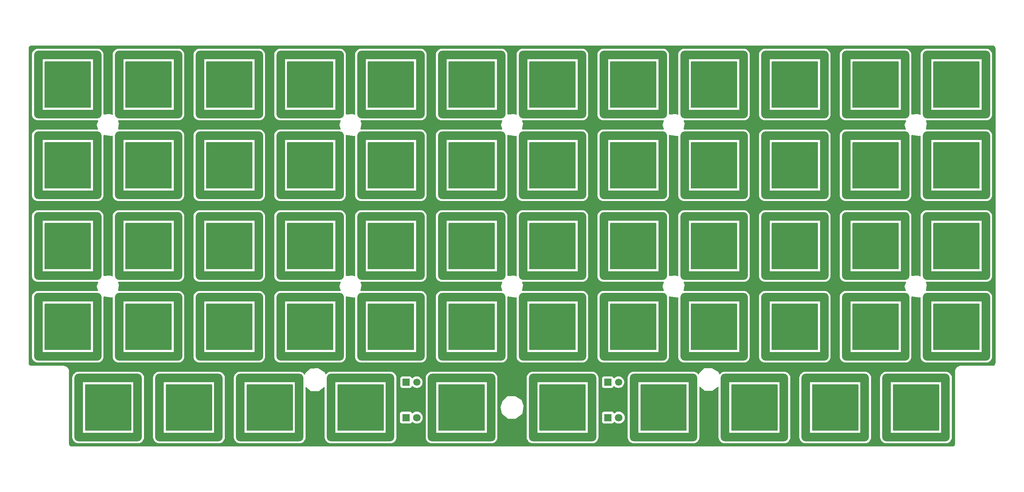
<source format=gbr>
%TF.GenerationSoftware,KiCad,Pcbnew,9.0.1*%
%TF.CreationDate,2025-05-11T16:27:20+09:00*%
%TF.ProjectId,Switch_plate,53776974-6368-45f7-906c-6174652e6b69,rev?*%
%TF.SameCoordinates,Original*%
%TF.FileFunction,Copper,L2,Bot*%
%TF.FilePolarity,Positive*%
%FSLAX46Y46*%
G04 Gerber Fmt 4.6, Leading zero omitted, Abs format (unit mm)*
G04 Created by KiCad (PCBNEW 9.0.1) date 2025-05-11 16:27:20*
%MOMM*%
%LPD*%
G01*
G04 APERTURE LIST*
%TA.AperFunction,ComponentPad*%
%ADD10O,2.000000X15.900000*%
%TD*%
%TA.AperFunction,ComponentPad*%
%ADD11O,15.900000X2.000000*%
%TD*%
%TA.AperFunction,ComponentPad*%
%ADD12R,1.700000X1.700000*%
%TD*%
%TA.AperFunction,ComponentPad*%
%ADD13C,1.700000*%
%TD*%
%TA.AperFunction,ComponentPad*%
%ADD14R,1.800000X1.800000*%
%TD*%
%TA.AperFunction,ComponentPad*%
%ADD15C,1.800000*%
%TD*%
G04 APERTURE END LIST*
D10*
%TO.P,SW51,1,1*%
%TO.N,col1*%
X221650000Y-90487500D03*
D11*
X228600000Y-83537500D03*
X228600000Y-97437500D03*
D10*
X235550000Y-90487500D03*
%TD*%
%TO.P,SW56,1,1*%
%TO.N,col0*%
X240700000Y-90487500D03*
D11*
X247650000Y-83537500D03*
X247650000Y-97437500D03*
D10*
X254600000Y-90487500D03*
%TD*%
%TO.P,SW35,1,1*%
%TO.N,col4*%
X164500000Y-71437500D03*
D11*
X171450000Y-64487500D03*
X171450000Y-78387500D03*
D10*
X178400000Y-71437500D03*
%TD*%
%TO.P,SW33,1,1*%
%TO.N,col5*%
X145450000Y-128587500D03*
D11*
X152400000Y-121637500D03*
X152400000Y-135537500D03*
D10*
X159350000Y-128587500D03*
%TD*%
%TO.P,SW48,1,1*%
%TO.N,col2*%
X202600000Y-128587500D03*
D11*
X209550000Y-121637500D03*
X209550000Y-135537500D03*
D10*
X216500000Y-128587500D03*
%TD*%
%TO.P,SW23,1,1*%
%TO.N,col4*%
X107350000Y-128587500D03*
D11*
X114300000Y-121637500D03*
X114300000Y-135537500D03*
D10*
X121250000Y-128587500D03*
%TD*%
%TO.P,SW32,1,1*%
%TO.N,col5*%
X145450000Y-109537500D03*
D11*
X152400000Y-102587500D03*
X152400000Y-116487500D03*
D10*
X159350000Y-109537500D03*
%TD*%
%TO.P,SW49,1,1*%
%TO.N,col2*%
X212125000Y-147637500D03*
D11*
X219075000Y-140687500D03*
X219075000Y-154587500D03*
D10*
X226025000Y-147637500D03*
%TD*%
%TO.P,SW40,1,1*%
%TO.N,col3*%
X183550000Y-71437500D03*
D11*
X190500000Y-64487500D03*
X190500000Y-78387500D03*
D10*
X197450000Y-71437500D03*
%TD*%
%TO.P,SW47,1,1*%
%TO.N,col2*%
X202600000Y-109537500D03*
D11*
X209550000Y-102587500D03*
X209550000Y-116487500D03*
D10*
X216500000Y-109537500D03*
%TD*%
%TO.P,SW18,1,1*%
%TO.N,col3*%
X88300000Y-128587500D03*
D11*
X95250000Y-121637500D03*
X95250000Y-135537500D03*
D10*
X102200000Y-128587500D03*
%TD*%
%TO.P,SW53,1,1*%
%TO.N,col1*%
X221650000Y-128587500D03*
D11*
X228600000Y-121637500D03*
X228600000Y-135537500D03*
D10*
X235550000Y-128587500D03*
%TD*%
%TO.P,SW19,1,1*%
%TO.N,col3*%
X78775000Y-147637500D03*
D11*
X85725000Y-140687500D03*
X85725000Y-154587500D03*
D10*
X92675000Y-147637500D03*
%TD*%
%TO.P,SW7,1,1*%
%TO.N,col1*%
X50200000Y-109537500D03*
D11*
X57150000Y-102587500D03*
X57150000Y-116487500D03*
D10*
X64100000Y-109537500D03*
%TD*%
%TO.P,SW9,1,1*%
%TO.N,col1*%
X40675000Y-147637500D03*
D11*
X47625000Y-140687500D03*
X47625000Y-154587500D03*
D10*
X54575000Y-147637500D03*
%TD*%
%TO.P,SW14,1,1*%
%TO.N,col2*%
X59725000Y-147637500D03*
D11*
X66675000Y-140687500D03*
X66675000Y-154587500D03*
D10*
X73625000Y-147637500D03*
%TD*%
%TO.P,SW42,1,1*%
%TO.N,col3*%
X183550000Y-109537500D03*
D11*
X190500000Y-102587500D03*
X190500000Y-116487500D03*
D10*
X197450000Y-109537500D03*
%TD*%
%TO.P,SW52,1,1*%
%TO.N,col1*%
X221650000Y-109537500D03*
D11*
X228600000Y-102587500D03*
X228600000Y-116487500D03*
D10*
X235550000Y-109537500D03*
%TD*%
%TO.P,SW44,1,1*%
%TO.N,col3*%
X193075000Y-147637500D03*
D11*
X200025000Y-140687500D03*
X200025000Y-154587500D03*
D10*
X206975000Y-147637500D03*
%TD*%
%TO.P,SW21,1,1*%
%TO.N,col4*%
X107350000Y-90487500D03*
D11*
X114300000Y-83537500D03*
X114300000Y-97437500D03*
D10*
X121250000Y-90487500D03*
%TD*%
%TO.P,SW24,1,1*%
%TO.N,col4*%
X100206300Y-147637500D03*
D11*
X107156300Y-140687500D03*
X107156300Y-154587500D03*
D10*
X114106300Y-147637500D03*
%TD*%
%TO.P,SW12,1,1*%
%TO.N,col2*%
X69250000Y-109537500D03*
D11*
X76200000Y-102587500D03*
X76200000Y-116487500D03*
D10*
X83150000Y-109537500D03*
%TD*%
%TO.P,SW10,1,1*%
%TO.N,col2*%
X69250000Y-71437500D03*
D11*
X76200000Y-64487500D03*
X76200000Y-78387500D03*
D10*
X83150000Y-71437500D03*
%TD*%
%TO.P,SW37,1,1*%
%TO.N,col4*%
X164500000Y-109537500D03*
D11*
X171450000Y-102587500D03*
X171450000Y-116487500D03*
D10*
X178400000Y-109537500D03*
%TD*%
%TO.P,SW25,1,1*%
%TO.N,col5*%
X126400000Y-71437500D03*
D11*
X133350000Y-64487500D03*
X133350000Y-78387500D03*
D10*
X140300000Y-71437500D03*
%TD*%
%TO.P,SW38,1,1*%
%TO.N,col4*%
X164500000Y-128587500D03*
D11*
X171450000Y-121637500D03*
X171450000Y-135537500D03*
D10*
X178400000Y-128587500D03*
%TD*%
%TO.P,SW11,1,1*%
%TO.N,col2*%
X69250000Y-90487500D03*
D11*
X76200000Y-83537500D03*
X76200000Y-97437500D03*
D10*
X83150000Y-90487500D03*
%TD*%
%TO.P,SW58,1,1*%
%TO.N,col0*%
X240700000Y-128587500D03*
D11*
X247650000Y-121637500D03*
X247650000Y-135537500D03*
D10*
X254600000Y-128587500D03*
%TD*%
D12*
%TO.P,P1,1*%
%TO.N,N/C*%
X117871974Y-141659494D03*
D13*
%TO.P,P1,2*%
X120411974Y-141659494D03*
%TD*%
D10*
%TO.P,SW55,1,1*%
%TO.N,col0*%
X240700000Y-71437500D03*
D11*
X247650000Y-64487500D03*
X247650000Y-78387500D03*
D10*
X254600000Y-71437500D03*
%TD*%
D12*
%TO.P,P1,1*%
%TO.N,N/C*%
X165437640Y-141659494D03*
D13*
%TO.P,P1,2*%
X167977640Y-141659494D03*
%TD*%
D10*
%TO.P,SW39,1,1*%
%TO.N,col4*%
X171643800Y-147637500D03*
D11*
X178593800Y-140687500D03*
X178593800Y-154587500D03*
D10*
X185543800Y-147637500D03*
%TD*%
D14*
%TO.P,L1,1*%
%TO.N,N/C*%
X117871974Y-150018876D03*
D15*
%TO.P,L1,2*%
X120411974Y-150018876D03*
%TD*%
D10*
%TO.P,SW13,1,1*%
%TO.N,col2*%
X69250000Y-128587500D03*
D11*
X76200000Y-121637500D03*
X76200000Y-135537500D03*
D10*
X83150000Y-128587500D03*
%TD*%
%TO.P,SW29,1,1*%
%TO.N,col5*%
X124018800Y-147637500D03*
D11*
X130968800Y-140687500D03*
X130968800Y-154587500D03*
D10*
X137918800Y-147637500D03*
%TD*%
%TO.P,SW54,1,1*%
%TO.N,col1*%
X231175000Y-147637500D03*
D11*
X238125000Y-140687500D03*
X238125000Y-154587500D03*
D10*
X245075000Y-147637500D03*
%TD*%
%TO.P,SW57,1,1*%
%TO.N,col0*%
X240700000Y-109537500D03*
D11*
X247650000Y-102587500D03*
X247650000Y-116487500D03*
D10*
X254600000Y-109537500D03*
%TD*%
%TO.P,SW22,1,1*%
%TO.N,col4*%
X107350000Y-109537500D03*
D11*
X114300000Y-102587500D03*
X114300000Y-116487500D03*
D10*
X121250000Y-109537500D03*
%TD*%
%TO.P,SW46,1,1*%
%TO.N,col2*%
X202600000Y-90487500D03*
D11*
X209550000Y-83537500D03*
X209550000Y-97437500D03*
D10*
X216500000Y-90487500D03*
%TD*%
%TO.P,SW5,1,1*%
%TO.N,col1*%
X50200000Y-71437500D03*
D11*
X57150000Y-64487500D03*
X57150000Y-78387500D03*
D10*
X64100000Y-71437500D03*
%TD*%
%TO.P,SW31,1,1*%
%TO.N,col5*%
X145450000Y-90487500D03*
D11*
X152400000Y-83537500D03*
X152400000Y-97437500D03*
D10*
X159350000Y-90487500D03*
%TD*%
%TO.P,SW17,1,1*%
%TO.N,col3*%
X88300000Y-109537500D03*
D11*
X95250000Y-102587500D03*
X95250000Y-116487500D03*
D10*
X102200000Y-109537500D03*
%TD*%
%TO.P,SW2,1,1*%
%TO.N,col0*%
X31150000Y-90487500D03*
D11*
X38100000Y-83537500D03*
X38100000Y-97437500D03*
D10*
X45050000Y-90487500D03*
%TD*%
%TO.P,SW16,1,1*%
%TO.N,col3*%
X88300000Y-90487500D03*
D11*
X95250000Y-83537500D03*
X95250000Y-97437500D03*
D10*
X102200000Y-90487500D03*
%TD*%
%TO.P,SW3,1,1*%
%TO.N,col0*%
X31150000Y-109537500D03*
D11*
X38100000Y-102587500D03*
X38100000Y-116487500D03*
D10*
X45050000Y-109537500D03*
%TD*%
%TO.P,SW36,1,1*%
%TO.N,col4*%
X164500000Y-90487500D03*
D11*
X171450000Y-83537500D03*
X171450000Y-97437500D03*
D10*
X178400000Y-90487500D03*
%TD*%
%TO.P,SW1,1,1*%
%TO.N,col0*%
X31150000Y-71437500D03*
D11*
X38100000Y-64487500D03*
X38100000Y-78387500D03*
D10*
X45050000Y-71437500D03*
%TD*%
%TO.P,SW26,1,1*%
%TO.N,col5*%
X126400000Y-90487500D03*
D11*
X133350000Y-83537500D03*
X133350000Y-97437500D03*
D10*
X140300000Y-90487500D03*
%TD*%
%TO.P,SW28,1,1*%
%TO.N,col5*%
X126400000Y-128587500D03*
D11*
X133350000Y-121637500D03*
X133350000Y-135537500D03*
D10*
X140300000Y-128587500D03*
%TD*%
%TO.P,SW15,1,1*%
%TO.N,col3*%
X88300000Y-71437500D03*
D11*
X95250000Y-64487500D03*
X95250000Y-78387500D03*
D10*
X102200000Y-71437500D03*
%TD*%
%TO.P,SW45,1,1*%
%TO.N,col2*%
X202600000Y-71437500D03*
D11*
X209550000Y-64487500D03*
X209550000Y-78387500D03*
D10*
X216500000Y-71437500D03*
%TD*%
%TO.P,SW30,1,1*%
%TO.N,col5*%
X145450000Y-71437500D03*
D11*
X152400000Y-64487500D03*
X152400000Y-78387500D03*
D10*
X159350000Y-71437500D03*
%TD*%
%TO.P,SW50,1,1*%
%TO.N,col1*%
X221650000Y-71437500D03*
D11*
X228600000Y-64487500D03*
X228600000Y-78387500D03*
D10*
X235550000Y-71437500D03*
%TD*%
%TO.P,SW41,1,1*%
%TO.N,col3*%
X183550000Y-90487500D03*
D11*
X190500000Y-83537500D03*
X190500000Y-97437500D03*
D10*
X197450000Y-90487500D03*
%TD*%
%TO.P,SW8,1,1*%
%TO.N,col1*%
X50200000Y-128587500D03*
D11*
X57150000Y-121637500D03*
X57150000Y-135537500D03*
D10*
X64100000Y-128587500D03*
%TD*%
%TO.P,SW20,1,1*%
%TO.N,col4*%
X107350000Y-71437500D03*
D11*
X114300000Y-64487500D03*
X114300000Y-78387500D03*
D10*
X121250000Y-71437500D03*
%TD*%
%TO.P,SW34,1,1*%
%TO.N,col5*%
X147831300Y-147637500D03*
D11*
X154781300Y-140687500D03*
X154781300Y-154587500D03*
D10*
X161731300Y-147637500D03*
%TD*%
%TO.P,SW43,1,1*%
%TO.N,col3*%
X183550000Y-128587500D03*
D11*
X190500000Y-121637500D03*
X190500000Y-135537500D03*
D10*
X197450000Y-128587500D03*
%TD*%
%TO.P,SW6,1,1*%
%TO.N,col1*%
X50200000Y-90487500D03*
D11*
X57150000Y-83537500D03*
X57150000Y-97437500D03*
D10*
X64100000Y-90487500D03*
%TD*%
%TO.P,SW4,1,1*%
%TO.N,col0*%
X31150000Y-128587500D03*
D11*
X38100000Y-121637500D03*
X38100000Y-135537500D03*
D10*
X45050000Y-128587500D03*
%TD*%
D14*
%TO.P,L2,1*%
%TO.N,N/C*%
X165497014Y-150018876D03*
D15*
%TO.P,L2,2*%
X168037014Y-150018876D03*
%TD*%
D10*
%TO.P,SW27,1,1*%
%TO.N,col5*%
X126400000Y-109537500D03*
D11*
X133350000Y-102587500D03*
X133350000Y-116487500D03*
D10*
X140300000Y-109537500D03*
%TD*%
%TA.AperFunction,Conductor*%
%TO.N,GND*%
G36*
X53017539Y-142207685D02*
G01*
X53063294Y-142260489D01*
X53074500Y-142312000D01*
X53074500Y-152963000D01*
X53054815Y-153030039D01*
X53002011Y-153075794D01*
X52950500Y-153087000D01*
X42299500Y-153087000D01*
X42232461Y-153067315D01*
X42186706Y-153014511D01*
X42175500Y-152963000D01*
X42175500Y-142312000D01*
X42195185Y-142244961D01*
X42247989Y-142199206D01*
X42299500Y-142188000D01*
X52950500Y-142188000D01*
X53017539Y-142207685D01*
G37*
%TD.AperFunction*%
%TA.AperFunction,Conductor*%
G36*
X72067539Y-142207685D02*
G01*
X72113294Y-142260489D01*
X72124500Y-142312000D01*
X72124500Y-152963000D01*
X72104815Y-153030039D01*
X72052011Y-153075794D01*
X72000500Y-153087000D01*
X61349500Y-153087000D01*
X61282461Y-153067315D01*
X61236706Y-153014511D01*
X61225500Y-152963000D01*
X61225500Y-142312000D01*
X61245185Y-142244961D01*
X61297989Y-142199206D01*
X61349500Y-142188000D01*
X72000500Y-142188000D01*
X72067539Y-142207685D01*
G37*
%TD.AperFunction*%
%TA.AperFunction,Conductor*%
G36*
X91117539Y-142207685D02*
G01*
X91163294Y-142260489D01*
X91174500Y-142312000D01*
X91174500Y-152963000D01*
X91154815Y-153030039D01*
X91102011Y-153075794D01*
X91050500Y-153087000D01*
X80399500Y-153087000D01*
X80332461Y-153067315D01*
X80286706Y-153014511D01*
X80275500Y-152963000D01*
X80275500Y-142312000D01*
X80295185Y-142244961D01*
X80347989Y-142199206D01*
X80399500Y-142188000D01*
X91050500Y-142188000D01*
X91117539Y-142207685D01*
G37*
%TD.AperFunction*%
%TA.AperFunction,Conductor*%
G36*
X112548839Y-142207685D02*
G01*
X112594594Y-142260489D01*
X112605800Y-142312000D01*
X112605800Y-152963000D01*
X112586115Y-153030039D01*
X112533311Y-153075794D01*
X112481800Y-153087000D01*
X101830800Y-153087000D01*
X101763761Y-153067315D01*
X101718006Y-153014511D01*
X101706800Y-152963000D01*
X101706800Y-142312000D01*
X101726485Y-142244961D01*
X101779289Y-142199206D01*
X101830800Y-142188000D01*
X112481800Y-142188000D01*
X112548839Y-142207685D01*
G37*
%TD.AperFunction*%
%TA.AperFunction,Conductor*%
G36*
X136361339Y-142207685D02*
G01*
X136407094Y-142260489D01*
X136418300Y-142312000D01*
X136418300Y-152963000D01*
X136398615Y-153030039D01*
X136345811Y-153075794D01*
X136294300Y-153087000D01*
X125643300Y-153087000D01*
X125576261Y-153067315D01*
X125530506Y-153014511D01*
X125519300Y-152963000D01*
X125519300Y-142312000D01*
X125538985Y-142244961D01*
X125591789Y-142199206D01*
X125643300Y-142188000D01*
X136294300Y-142188000D01*
X136361339Y-142207685D01*
G37*
%TD.AperFunction*%
%TA.AperFunction,Conductor*%
G36*
X160173839Y-142207685D02*
G01*
X160219594Y-142260489D01*
X160230800Y-142312000D01*
X160230800Y-152963000D01*
X160211115Y-153030039D01*
X160158311Y-153075794D01*
X160106800Y-153087000D01*
X149455800Y-153087000D01*
X149388761Y-153067315D01*
X149343006Y-153014511D01*
X149331800Y-152963000D01*
X149331800Y-142312000D01*
X149351485Y-142244961D01*
X149404289Y-142199206D01*
X149455800Y-142188000D01*
X160106800Y-142188000D01*
X160173839Y-142207685D01*
G37*
%TD.AperFunction*%
%TA.AperFunction,Conductor*%
G36*
X183986339Y-142207685D02*
G01*
X184032094Y-142260489D01*
X184043300Y-142312000D01*
X184043300Y-152963000D01*
X184023615Y-153030039D01*
X183970811Y-153075794D01*
X183919300Y-153087000D01*
X173268300Y-153087000D01*
X173201261Y-153067315D01*
X173155506Y-153014511D01*
X173144300Y-152963000D01*
X173144300Y-142312000D01*
X173163985Y-142244961D01*
X173216789Y-142199206D01*
X173268300Y-142188000D01*
X183919300Y-142188000D01*
X183986339Y-142207685D01*
G37*
%TD.AperFunction*%
%TA.AperFunction,Conductor*%
G36*
X205417539Y-142207685D02*
G01*
X205463294Y-142260489D01*
X205474500Y-142312000D01*
X205474500Y-152963000D01*
X205454815Y-153030039D01*
X205402011Y-153075794D01*
X205350500Y-153087000D01*
X194699500Y-153087000D01*
X194632461Y-153067315D01*
X194586706Y-153014511D01*
X194575500Y-152963000D01*
X194575500Y-142312000D01*
X194595185Y-142244961D01*
X194647989Y-142199206D01*
X194699500Y-142188000D01*
X205350500Y-142188000D01*
X205417539Y-142207685D01*
G37*
%TD.AperFunction*%
%TA.AperFunction,Conductor*%
G36*
X224467539Y-142207685D02*
G01*
X224513294Y-142260489D01*
X224524500Y-142312000D01*
X224524500Y-152963000D01*
X224504815Y-153030039D01*
X224452011Y-153075794D01*
X224400500Y-153087000D01*
X213749500Y-153087000D01*
X213682461Y-153067315D01*
X213636706Y-153014511D01*
X213625500Y-152963000D01*
X213625500Y-142312000D01*
X213645185Y-142244961D01*
X213697989Y-142199206D01*
X213749500Y-142188000D01*
X224400500Y-142188000D01*
X224467539Y-142207685D01*
G37*
%TD.AperFunction*%
%TA.AperFunction,Conductor*%
G36*
X243517539Y-142207685D02*
G01*
X243563294Y-142260489D01*
X243574500Y-142312000D01*
X243574500Y-152963000D01*
X243554815Y-153030039D01*
X243502011Y-153075794D01*
X243450500Y-153087000D01*
X232799500Y-153087000D01*
X232732461Y-153067315D01*
X232686706Y-153014511D01*
X232675500Y-152963000D01*
X232675500Y-142312000D01*
X232695185Y-142244961D01*
X232747989Y-142199206D01*
X232799500Y-142188000D01*
X243450500Y-142188000D01*
X243517539Y-142207685D01*
G37*
%TD.AperFunction*%
%TA.AperFunction,Conductor*%
G36*
X43492539Y-123157685D02*
G01*
X43538294Y-123210489D01*
X43549500Y-123262000D01*
X43549500Y-133913000D01*
X43529815Y-133980039D01*
X43477011Y-134025794D01*
X43425500Y-134037000D01*
X32774500Y-134037000D01*
X32707461Y-134017315D01*
X32661706Y-133964511D01*
X32650500Y-133913000D01*
X32650500Y-123262000D01*
X32670185Y-123194961D01*
X32722989Y-123149206D01*
X32774500Y-123138000D01*
X43425500Y-123138000D01*
X43492539Y-123157685D01*
G37*
%TD.AperFunction*%
%TA.AperFunction,Conductor*%
G36*
X62542539Y-123157685D02*
G01*
X62588294Y-123210489D01*
X62599500Y-123262000D01*
X62599500Y-133913000D01*
X62579815Y-133980039D01*
X62527011Y-134025794D01*
X62475500Y-134037000D01*
X51824500Y-134037000D01*
X51757461Y-134017315D01*
X51711706Y-133964511D01*
X51700500Y-133913000D01*
X51700500Y-123262000D01*
X51720185Y-123194961D01*
X51772989Y-123149206D01*
X51824500Y-123138000D01*
X62475500Y-123138000D01*
X62542539Y-123157685D01*
G37*
%TD.AperFunction*%
%TA.AperFunction,Conductor*%
G36*
X43492539Y-104107685D02*
G01*
X43538294Y-104160489D01*
X43549500Y-104212000D01*
X43549500Y-114863000D01*
X43529815Y-114930039D01*
X43477011Y-114975794D01*
X43425500Y-114987000D01*
X32774500Y-114987000D01*
X32707461Y-114967315D01*
X32661706Y-114914511D01*
X32650500Y-114863000D01*
X32650500Y-104212000D01*
X32670185Y-104144961D01*
X32722989Y-104099206D01*
X32774500Y-104088000D01*
X43425500Y-104088000D01*
X43492539Y-104107685D01*
G37*
%TD.AperFunction*%
%TA.AperFunction,Conductor*%
G36*
X62542539Y-104107685D02*
G01*
X62588294Y-104160489D01*
X62599500Y-104212000D01*
X62599500Y-114863000D01*
X62579815Y-114930039D01*
X62527011Y-114975794D01*
X62475500Y-114987000D01*
X51824500Y-114987000D01*
X51757461Y-114967315D01*
X51711706Y-114914511D01*
X51700500Y-114863000D01*
X51700500Y-104212000D01*
X51720185Y-104144961D01*
X51772989Y-104099206D01*
X51824500Y-104088000D01*
X62475500Y-104088000D01*
X62542539Y-104107685D01*
G37*
%TD.AperFunction*%
%TA.AperFunction,Conductor*%
G36*
X81592539Y-123157685D02*
G01*
X81638294Y-123210489D01*
X81649500Y-123262000D01*
X81649500Y-133913000D01*
X81629815Y-133980039D01*
X81577011Y-134025794D01*
X81525500Y-134037000D01*
X70874500Y-134037000D01*
X70807461Y-134017315D01*
X70761706Y-133964511D01*
X70750500Y-133913000D01*
X70750500Y-123262000D01*
X70770185Y-123194961D01*
X70822989Y-123149206D01*
X70874500Y-123138000D01*
X81525500Y-123138000D01*
X81592539Y-123157685D01*
G37*
%TD.AperFunction*%
%TA.AperFunction,Conductor*%
G36*
X100642539Y-123157685D02*
G01*
X100688294Y-123210489D01*
X100699500Y-123262000D01*
X100699500Y-133913000D01*
X100679815Y-133980039D01*
X100627011Y-134025794D01*
X100575500Y-134037000D01*
X89924500Y-134037000D01*
X89857461Y-134017315D01*
X89811706Y-133964511D01*
X89800500Y-133913000D01*
X89800500Y-123262000D01*
X89820185Y-123194961D01*
X89872989Y-123149206D01*
X89924500Y-123138000D01*
X100575500Y-123138000D01*
X100642539Y-123157685D01*
G37*
%TD.AperFunction*%
%TA.AperFunction,Conductor*%
G36*
X119692539Y-123157685D02*
G01*
X119738294Y-123210489D01*
X119749500Y-123262000D01*
X119749500Y-133913000D01*
X119729815Y-133980039D01*
X119677011Y-134025794D01*
X119625500Y-134037000D01*
X108974500Y-134037000D01*
X108907461Y-134017315D01*
X108861706Y-133964511D01*
X108850500Y-133913000D01*
X108850500Y-123262000D01*
X108870185Y-123194961D01*
X108922989Y-123149206D01*
X108974500Y-123138000D01*
X119625500Y-123138000D01*
X119692539Y-123157685D01*
G37*
%TD.AperFunction*%
%TA.AperFunction,Conductor*%
G36*
X100642539Y-104107685D02*
G01*
X100688294Y-104160489D01*
X100699500Y-104212000D01*
X100699500Y-114863000D01*
X100679815Y-114930039D01*
X100627011Y-114975794D01*
X100575500Y-114987000D01*
X89924500Y-114987000D01*
X89857461Y-114967315D01*
X89811706Y-114914511D01*
X89800500Y-114863000D01*
X89800500Y-104212000D01*
X89820185Y-104144961D01*
X89872989Y-104099206D01*
X89924500Y-104088000D01*
X100575500Y-104088000D01*
X100642539Y-104107685D01*
G37*
%TD.AperFunction*%
%TA.AperFunction,Conductor*%
G36*
X119692539Y-104107685D02*
G01*
X119738294Y-104160489D01*
X119749500Y-104212000D01*
X119749500Y-114863000D01*
X119729815Y-114930039D01*
X119677011Y-114975794D01*
X119625500Y-114987000D01*
X108974500Y-114987000D01*
X108907461Y-114967315D01*
X108861706Y-114914511D01*
X108850500Y-114863000D01*
X108850500Y-104212000D01*
X108870185Y-104144961D01*
X108922989Y-104099206D01*
X108974500Y-104088000D01*
X119625500Y-104088000D01*
X119692539Y-104107685D01*
G37*
%TD.AperFunction*%
%TA.AperFunction,Conductor*%
G36*
X138742539Y-123157685D02*
G01*
X138788294Y-123210489D01*
X138799500Y-123262000D01*
X138799500Y-133913000D01*
X138779815Y-133980039D01*
X138727011Y-134025794D01*
X138675500Y-134037000D01*
X128024500Y-134037000D01*
X127957461Y-134017315D01*
X127911706Y-133964511D01*
X127900500Y-133913000D01*
X127900500Y-123262000D01*
X127920185Y-123194961D01*
X127972989Y-123149206D01*
X128024500Y-123138000D01*
X138675500Y-123138000D01*
X138742539Y-123157685D01*
G37*
%TD.AperFunction*%
%TA.AperFunction,Conductor*%
G36*
X157792539Y-123157685D02*
G01*
X157838294Y-123210489D01*
X157849500Y-123262000D01*
X157849500Y-133913000D01*
X157829815Y-133980039D01*
X157777011Y-134025794D01*
X157725500Y-134037000D01*
X147074500Y-134037000D01*
X147007461Y-134017315D01*
X146961706Y-133964511D01*
X146950500Y-133913000D01*
X146950500Y-123262000D01*
X146970185Y-123194961D01*
X147022989Y-123149206D01*
X147074500Y-123138000D01*
X157725500Y-123138000D01*
X157792539Y-123157685D01*
G37*
%TD.AperFunction*%
%TA.AperFunction,Conductor*%
G36*
X138742539Y-104107685D02*
G01*
X138788294Y-104160489D01*
X138799500Y-104212000D01*
X138799500Y-114863000D01*
X138779815Y-114930039D01*
X138727011Y-114975794D01*
X138675500Y-114987000D01*
X128024500Y-114987000D01*
X127957461Y-114967315D01*
X127911706Y-114914511D01*
X127900500Y-114863000D01*
X127900500Y-104212000D01*
X127920185Y-104144961D01*
X127972989Y-104099206D01*
X128024500Y-104088000D01*
X138675500Y-104088000D01*
X138742539Y-104107685D01*
G37*
%TD.AperFunction*%
%TA.AperFunction,Conductor*%
G36*
X157792539Y-104107685D02*
G01*
X157838294Y-104160489D01*
X157849500Y-104212000D01*
X157849500Y-114863000D01*
X157829815Y-114930039D01*
X157777011Y-114975794D01*
X157725500Y-114987000D01*
X147074500Y-114987000D01*
X147007461Y-114967315D01*
X146961706Y-114914511D01*
X146950500Y-114863000D01*
X146950500Y-104212000D01*
X146970185Y-104144961D01*
X147022989Y-104099206D01*
X147074500Y-104088000D01*
X157725500Y-104088000D01*
X157792539Y-104107685D01*
G37*
%TD.AperFunction*%
%TA.AperFunction,Conductor*%
G36*
X176842539Y-123157685D02*
G01*
X176888294Y-123210489D01*
X176899500Y-123262000D01*
X176899500Y-133913000D01*
X176879815Y-133980039D01*
X176827011Y-134025794D01*
X176775500Y-134037000D01*
X166124500Y-134037000D01*
X166057461Y-134017315D01*
X166011706Y-133964511D01*
X166000500Y-133913000D01*
X166000500Y-123262000D01*
X166020185Y-123194961D01*
X166072989Y-123149206D01*
X166124500Y-123138000D01*
X176775500Y-123138000D01*
X176842539Y-123157685D01*
G37*
%TD.AperFunction*%
%TA.AperFunction,Conductor*%
G36*
X195892539Y-123157685D02*
G01*
X195938294Y-123210489D01*
X195949500Y-123262000D01*
X195949500Y-133913000D01*
X195929815Y-133980039D01*
X195877011Y-134025794D01*
X195825500Y-134037000D01*
X185174500Y-134037000D01*
X185107461Y-134017315D01*
X185061706Y-133964511D01*
X185050500Y-133913000D01*
X185050500Y-123262000D01*
X185070185Y-123194961D01*
X185122989Y-123149206D01*
X185174500Y-123138000D01*
X195825500Y-123138000D01*
X195892539Y-123157685D01*
G37*
%TD.AperFunction*%
%TA.AperFunction,Conductor*%
G36*
X176842539Y-104107685D02*
G01*
X176888294Y-104160489D01*
X176899500Y-104212000D01*
X176899500Y-114863000D01*
X176879815Y-114930039D01*
X176827011Y-114975794D01*
X176775500Y-114987000D01*
X166124500Y-114987000D01*
X166057461Y-114967315D01*
X166011706Y-114914511D01*
X166000500Y-114863000D01*
X166000500Y-104212000D01*
X166020185Y-104144961D01*
X166072989Y-104099206D01*
X166124500Y-104088000D01*
X176775500Y-104088000D01*
X176842539Y-104107685D01*
G37*
%TD.AperFunction*%
%TA.AperFunction,Conductor*%
G36*
X195892539Y-104107685D02*
G01*
X195938294Y-104160489D01*
X195949500Y-104212000D01*
X195949500Y-114863000D01*
X195929815Y-114930039D01*
X195877011Y-114975794D01*
X195825500Y-114987000D01*
X185174500Y-114987000D01*
X185107461Y-114967315D01*
X185061706Y-114914511D01*
X185050500Y-114863000D01*
X185050500Y-104212000D01*
X185070185Y-104144961D01*
X185122989Y-104099206D01*
X185174500Y-104088000D01*
X195825500Y-104088000D01*
X195892539Y-104107685D01*
G37*
%TD.AperFunction*%
%TA.AperFunction,Conductor*%
G36*
X214942539Y-123157685D02*
G01*
X214988294Y-123210489D01*
X214999500Y-123262000D01*
X214999500Y-133913000D01*
X214979815Y-133980039D01*
X214927011Y-134025794D01*
X214875500Y-134037000D01*
X204224500Y-134037000D01*
X204157461Y-134017315D01*
X204111706Y-133964511D01*
X204100500Y-133913000D01*
X204100500Y-123262000D01*
X204120185Y-123194961D01*
X204172989Y-123149206D01*
X204224500Y-123138000D01*
X214875500Y-123138000D01*
X214942539Y-123157685D01*
G37*
%TD.AperFunction*%
%TA.AperFunction,Conductor*%
G36*
X233992539Y-123157685D02*
G01*
X234038294Y-123210489D01*
X234049500Y-123262000D01*
X234049500Y-133913000D01*
X234029815Y-133980039D01*
X233977011Y-134025794D01*
X233925500Y-134037000D01*
X223274500Y-134037000D01*
X223207461Y-134017315D01*
X223161706Y-133964511D01*
X223150500Y-133913000D01*
X223150500Y-123262000D01*
X223170185Y-123194961D01*
X223222989Y-123149206D01*
X223274500Y-123138000D01*
X233925500Y-123138000D01*
X233992539Y-123157685D01*
G37*
%TD.AperFunction*%
%TA.AperFunction,Conductor*%
G36*
X253042539Y-123157685D02*
G01*
X253088294Y-123210489D01*
X253099500Y-123262000D01*
X253099500Y-133913000D01*
X253079815Y-133980039D01*
X253027011Y-134025794D01*
X252975500Y-134037000D01*
X242324500Y-134037000D01*
X242257461Y-134017315D01*
X242211706Y-133964511D01*
X242200500Y-133913000D01*
X242200500Y-123262000D01*
X242220185Y-123194961D01*
X242272989Y-123149206D01*
X242324500Y-123138000D01*
X252975500Y-123138000D01*
X253042539Y-123157685D01*
G37*
%TD.AperFunction*%
%TA.AperFunction,Conductor*%
G36*
X233992539Y-104107685D02*
G01*
X234038294Y-104160489D01*
X234049500Y-104212000D01*
X234049500Y-114863000D01*
X234029815Y-114930039D01*
X233977011Y-114975794D01*
X233925500Y-114987000D01*
X223274500Y-114987000D01*
X223207461Y-114967315D01*
X223161706Y-114914511D01*
X223150500Y-114863000D01*
X223150500Y-104212000D01*
X223170185Y-104144961D01*
X223222989Y-104099206D01*
X223274500Y-104088000D01*
X233925500Y-104088000D01*
X233992539Y-104107685D01*
G37*
%TD.AperFunction*%
%TA.AperFunction,Conductor*%
G36*
X253042539Y-104107685D02*
G01*
X253088294Y-104160489D01*
X253099500Y-104212000D01*
X253099500Y-114863000D01*
X253079815Y-114930039D01*
X253027011Y-114975794D01*
X252975500Y-114987000D01*
X242324500Y-114987000D01*
X242257461Y-114967315D01*
X242211706Y-114914511D01*
X242200500Y-114863000D01*
X242200500Y-104212000D01*
X242220185Y-104144961D01*
X242272989Y-104099206D01*
X242324500Y-104088000D01*
X252975500Y-104088000D01*
X253042539Y-104107685D01*
G37*
%TD.AperFunction*%
%TA.AperFunction,Conductor*%
G36*
X81592539Y-104107685D02*
G01*
X81638294Y-104160489D01*
X81649500Y-104212000D01*
X81649500Y-114863000D01*
X81629815Y-114930039D01*
X81577011Y-114975794D01*
X81525500Y-114987000D01*
X70874500Y-114987000D01*
X70807461Y-114967315D01*
X70761706Y-114914511D01*
X70750500Y-114863000D01*
X70750500Y-104212000D01*
X70770185Y-104144961D01*
X70822989Y-104099206D01*
X70874500Y-104088000D01*
X81525500Y-104088000D01*
X81592539Y-104107685D01*
G37*
%TD.AperFunction*%
%TA.AperFunction,Conductor*%
G36*
X214942539Y-104107685D02*
G01*
X214988294Y-104160489D01*
X214999500Y-104212000D01*
X214999500Y-114863000D01*
X214979815Y-114930039D01*
X214927011Y-114975794D01*
X214875500Y-114987000D01*
X204224500Y-114987000D01*
X204157461Y-114967315D01*
X204111706Y-114914511D01*
X204100500Y-114863000D01*
X204100500Y-104212000D01*
X204120185Y-104144961D01*
X204172989Y-104099206D01*
X204224500Y-104088000D01*
X214875500Y-104088000D01*
X214942539Y-104107685D01*
G37*
%TD.AperFunction*%
%TA.AperFunction,Conductor*%
G36*
X43492539Y-85057685D02*
G01*
X43538294Y-85110489D01*
X43549500Y-85162000D01*
X43549500Y-95813000D01*
X43529815Y-95880039D01*
X43477011Y-95925794D01*
X43425500Y-95937000D01*
X32774500Y-95937000D01*
X32707461Y-95917315D01*
X32661706Y-95864511D01*
X32650500Y-95813000D01*
X32650500Y-85162000D01*
X32670185Y-85094961D01*
X32722989Y-85049206D01*
X32774500Y-85038000D01*
X43425500Y-85038000D01*
X43492539Y-85057685D01*
G37*
%TD.AperFunction*%
%TA.AperFunction,Conductor*%
G36*
X62542539Y-85057685D02*
G01*
X62588294Y-85110489D01*
X62599500Y-85162000D01*
X62599500Y-95813000D01*
X62579815Y-95880039D01*
X62527011Y-95925794D01*
X62475500Y-95937000D01*
X51824500Y-95937000D01*
X51757461Y-95917315D01*
X51711706Y-95864511D01*
X51700500Y-95813000D01*
X51700500Y-85162000D01*
X51720185Y-85094961D01*
X51772989Y-85049206D01*
X51824500Y-85038000D01*
X62475500Y-85038000D01*
X62542539Y-85057685D01*
G37*
%TD.AperFunction*%
%TA.AperFunction,Conductor*%
G36*
X43492539Y-66007685D02*
G01*
X43538294Y-66060489D01*
X43549500Y-66112000D01*
X43549500Y-76763000D01*
X43529815Y-76830039D01*
X43477011Y-76875794D01*
X43425500Y-76887000D01*
X32774500Y-76887000D01*
X32707461Y-76867315D01*
X32661706Y-76814511D01*
X32650500Y-76763000D01*
X32650500Y-66112000D01*
X32670185Y-66044961D01*
X32722989Y-65999206D01*
X32774500Y-65988000D01*
X43425500Y-65988000D01*
X43492539Y-66007685D01*
G37*
%TD.AperFunction*%
%TA.AperFunction,Conductor*%
G36*
X62542539Y-66007685D02*
G01*
X62588294Y-66060489D01*
X62599500Y-66112000D01*
X62599500Y-76763000D01*
X62579815Y-76830039D01*
X62527011Y-76875794D01*
X62475500Y-76887000D01*
X51824500Y-76887000D01*
X51757461Y-76867315D01*
X51711706Y-76814511D01*
X51700500Y-76763000D01*
X51700500Y-66112000D01*
X51720185Y-66044961D01*
X51772989Y-65999206D01*
X51824500Y-65988000D01*
X62475500Y-65988000D01*
X62542539Y-66007685D01*
G37*
%TD.AperFunction*%
%TA.AperFunction,Conductor*%
G36*
X81592539Y-85057685D02*
G01*
X81638294Y-85110489D01*
X81649500Y-85162000D01*
X81649500Y-95813000D01*
X81629815Y-95880039D01*
X81577011Y-95925794D01*
X81525500Y-95937000D01*
X70874500Y-95937000D01*
X70807461Y-95917315D01*
X70761706Y-95864511D01*
X70750500Y-95813000D01*
X70750500Y-85162000D01*
X70770185Y-85094961D01*
X70822989Y-85049206D01*
X70874500Y-85038000D01*
X81525500Y-85038000D01*
X81592539Y-85057685D01*
G37*
%TD.AperFunction*%
%TA.AperFunction,Conductor*%
G36*
X100642539Y-85057685D02*
G01*
X100688294Y-85110489D01*
X100699500Y-85162000D01*
X100699500Y-95813000D01*
X100679815Y-95880039D01*
X100627011Y-95925794D01*
X100575500Y-95937000D01*
X89924500Y-95937000D01*
X89857461Y-95917315D01*
X89811706Y-95864511D01*
X89800500Y-95813000D01*
X89800500Y-85162000D01*
X89820185Y-85094961D01*
X89872989Y-85049206D01*
X89924500Y-85038000D01*
X100575500Y-85038000D01*
X100642539Y-85057685D01*
G37*
%TD.AperFunction*%
%TA.AperFunction,Conductor*%
G36*
X119692539Y-85057685D02*
G01*
X119738294Y-85110489D01*
X119749500Y-85162000D01*
X119749500Y-95813000D01*
X119729815Y-95880039D01*
X119677011Y-95925794D01*
X119625500Y-95937000D01*
X108974500Y-95937000D01*
X108907461Y-95917315D01*
X108861706Y-95864511D01*
X108850500Y-95813000D01*
X108850500Y-85162000D01*
X108870185Y-85094961D01*
X108922989Y-85049206D01*
X108974500Y-85038000D01*
X119625500Y-85038000D01*
X119692539Y-85057685D01*
G37*
%TD.AperFunction*%
%TA.AperFunction,Conductor*%
G36*
X100642539Y-66007685D02*
G01*
X100688294Y-66060489D01*
X100699500Y-66112000D01*
X100699500Y-76763000D01*
X100679815Y-76830039D01*
X100627011Y-76875794D01*
X100575500Y-76887000D01*
X89924500Y-76887000D01*
X89857461Y-76867315D01*
X89811706Y-76814511D01*
X89800500Y-76763000D01*
X89800500Y-66112000D01*
X89820185Y-66044961D01*
X89872989Y-65999206D01*
X89924500Y-65988000D01*
X100575500Y-65988000D01*
X100642539Y-66007685D01*
G37*
%TD.AperFunction*%
%TA.AperFunction,Conductor*%
G36*
X119692539Y-66007685D02*
G01*
X119738294Y-66060489D01*
X119749500Y-66112000D01*
X119749500Y-76763000D01*
X119729815Y-76830039D01*
X119677011Y-76875794D01*
X119625500Y-76887000D01*
X108974500Y-76887000D01*
X108907461Y-76867315D01*
X108861706Y-76814511D01*
X108850500Y-76763000D01*
X108850500Y-66112000D01*
X108870185Y-66044961D01*
X108922989Y-65999206D01*
X108974500Y-65988000D01*
X119625500Y-65988000D01*
X119692539Y-66007685D01*
G37*
%TD.AperFunction*%
%TA.AperFunction,Conductor*%
G36*
X138742539Y-85057685D02*
G01*
X138788294Y-85110489D01*
X138799500Y-85162000D01*
X138799500Y-95813000D01*
X138779815Y-95880039D01*
X138727011Y-95925794D01*
X138675500Y-95937000D01*
X128024500Y-95937000D01*
X127957461Y-95917315D01*
X127911706Y-95864511D01*
X127900500Y-95813000D01*
X127900500Y-85162000D01*
X127920185Y-85094961D01*
X127972989Y-85049206D01*
X128024500Y-85038000D01*
X138675500Y-85038000D01*
X138742539Y-85057685D01*
G37*
%TD.AperFunction*%
%TA.AperFunction,Conductor*%
G36*
X157792539Y-85057685D02*
G01*
X157838294Y-85110489D01*
X157849500Y-85162000D01*
X157849500Y-95813000D01*
X157829815Y-95880039D01*
X157777011Y-95925794D01*
X157725500Y-95937000D01*
X147074500Y-95937000D01*
X147007461Y-95917315D01*
X146961706Y-95864511D01*
X146950500Y-95813000D01*
X146950500Y-85162000D01*
X146970185Y-85094961D01*
X147022989Y-85049206D01*
X147074500Y-85038000D01*
X157725500Y-85038000D01*
X157792539Y-85057685D01*
G37*
%TD.AperFunction*%
%TA.AperFunction,Conductor*%
G36*
X138742539Y-66007685D02*
G01*
X138788294Y-66060489D01*
X138799500Y-66112000D01*
X138799500Y-76763000D01*
X138779815Y-76830039D01*
X138727011Y-76875794D01*
X138675500Y-76887000D01*
X128024500Y-76887000D01*
X127957461Y-76867315D01*
X127911706Y-76814511D01*
X127900500Y-76763000D01*
X127900500Y-66112000D01*
X127920185Y-66044961D01*
X127972989Y-65999206D01*
X128024500Y-65988000D01*
X138675500Y-65988000D01*
X138742539Y-66007685D01*
G37*
%TD.AperFunction*%
%TA.AperFunction,Conductor*%
G36*
X157792539Y-66007685D02*
G01*
X157838294Y-66060489D01*
X157849500Y-66112000D01*
X157849500Y-76763000D01*
X157829815Y-76830039D01*
X157777011Y-76875794D01*
X157725500Y-76887000D01*
X147074500Y-76887000D01*
X147007461Y-76867315D01*
X146961706Y-76814511D01*
X146950500Y-76763000D01*
X146950500Y-66112000D01*
X146970185Y-66044961D01*
X147022989Y-65999206D01*
X147074500Y-65988000D01*
X157725500Y-65988000D01*
X157792539Y-66007685D01*
G37*
%TD.AperFunction*%
%TA.AperFunction,Conductor*%
G36*
X176842539Y-85057685D02*
G01*
X176888294Y-85110489D01*
X176899500Y-85162000D01*
X176899500Y-95813000D01*
X176879815Y-95880039D01*
X176827011Y-95925794D01*
X176775500Y-95937000D01*
X166124500Y-95937000D01*
X166057461Y-95917315D01*
X166011706Y-95864511D01*
X166000500Y-95813000D01*
X166000500Y-85162000D01*
X166020185Y-85094961D01*
X166072989Y-85049206D01*
X166124500Y-85038000D01*
X176775500Y-85038000D01*
X176842539Y-85057685D01*
G37*
%TD.AperFunction*%
%TA.AperFunction,Conductor*%
G36*
X195892539Y-85057685D02*
G01*
X195938294Y-85110489D01*
X195949500Y-85162000D01*
X195949500Y-95813000D01*
X195929815Y-95880039D01*
X195877011Y-95925794D01*
X195825500Y-95937000D01*
X185174500Y-95937000D01*
X185107461Y-95917315D01*
X185061706Y-95864511D01*
X185050500Y-95813000D01*
X185050500Y-85162000D01*
X185070185Y-85094961D01*
X185122989Y-85049206D01*
X185174500Y-85038000D01*
X195825500Y-85038000D01*
X195892539Y-85057685D01*
G37*
%TD.AperFunction*%
%TA.AperFunction,Conductor*%
G36*
X176842539Y-66007685D02*
G01*
X176888294Y-66060489D01*
X176899500Y-66112000D01*
X176899500Y-76763000D01*
X176879815Y-76830039D01*
X176827011Y-76875794D01*
X176775500Y-76887000D01*
X166124500Y-76887000D01*
X166057461Y-76867315D01*
X166011706Y-76814511D01*
X166000500Y-76763000D01*
X166000500Y-66112000D01*
X166020185Y-66044961D01*
X166072989Y-65999206D01*
X166124500Y-65988000D01*
X176775500Y-65988000D01*
X176842539Y-66007685D01*
G37*
%TD.AperFunction*%
%TA.AperFunction,Conductor*%
G36*
X195892539Y-66007685D02*
G01*
X195938294Y-66060489D01*
X195949500Y-66112000D01*
X195949500Y-76763000D01*
X195929815Y-76830039D01*
X195877011Y-76875794D01*
X195825500Y-76887000D01*
X185174500Y-76887000D01*
X185107461Y-76867315D01*
X185061706Y-76814511D01*
X185050500Y-76763000D01*
X185050500Y-66112000D01*
X185070185Y-66044961D01*
X185122989Y-65999206D01*
X185174500Y-65988000D01*
X195825500Y-65988000D01*
X195892539Y-66007685D01*
G37*
%TD.AperFunction*%
%TA.AperFunction,Conductor*%
G36*
X214942539Y-85057685D02*
G01*
X214988294Y-85110489D01*
X214999500Y-85162000D01*
X214999500Y-95813000D01*
X214979815Y-95880039D01*
X214927011Y-95925794D01*
X214875500Y-95937000D01*
X204224500Y-95937000D01*
X204157461Y-95917315D01*
X204111706Y-95864511D01*
X204100500Y-95813000D01*
X204100500Y-85162000D01*
X204120185Y-85094961D01*
X204172989Y-85049206D01*
X204224500Y-85038000D01*
X214875500Y-85038000D01*
X214942539Y-85057685D01*
G37*
%TD.AperFunction*%
%TA.AperFunction,Conductor*%
G36*
X233992539Y-85057685D02*
G01*
X234038294Y-85110489D01*
X234049500Y-85162000D01*
X234049500Y-95813000D01*
X234029815Y-95880039D01*
X233977011Y-95925794D01*
X233925500Y-95937000D01*
X223274500Y-95937000D01*
X223207461Y-95917315D01*
X223161706Y-95864511D01*
X223150500Y-95813000D01*
X223150500Y-85162000D01*
X223170185Y-85094961D01*
X223222989Y-85049206D01*
X223274500Y-85038000D01*
X233925500Y-85038000D01*
X233992539Y-85057685D01*
G37*
%TD.AperFunction*%
%TA.AperFunction,Conductor*%
G36*
X253042539Y-85057685D02*
G01*
X253088294Y-85110489D01*
X253099500Y-85162000D01*
X253099500Y-95813000D01*
X253079815Y-95880039D01*
X253027011Y-95925794D01*
X252975500Y-95937000D01*
X242324500Y-95937000D01*
X242257461Y-95917315D01*
X242211706Y-95864511D01*
X242200500Y-95813000D01*
X242200500Y-85162000D01*
X242220185Y-85094961D01*
X242272989Y-85049206D01*
X242324500Y-85038000D01*
X252975500Y-85038000D01*
X253042539Y-85057685D01*
G37*
%TD.AperFunction*%
%TA.AperFunction,Conductor*%
G36*
X233992539Y-66007685D02*
G01*
X234038294Y-66060489D01*
X234049500Y-66112000D01*
X234049500Y-76763000D01*
X234029815Y-76830039D01*
X233977011Y-76875794D01*
X233925500Y-76887000D01*
X223274500Y-76887000D01*
X223207461Y-76867315D01*
X223161706Y-76814511D01*
X223150500Y-76763000D01*
X223150500Y-66112000D01*
X223170185Y-66044961D01*
X223222989Y-65999206D01*
X223274500Y-65988000D01*
X233925500Y-65988000D01*
X233992539Y-66007685D01*
G37*
%TD.AperFunction*%
%TA.AperFunction,Conductor*%
G36*
X253042539Y-66007685D02*
G01*
X253088294Y-66060489D01*
X253099500Y-66112000D01*
X253099500Y-76763000D01*
X253079815Y-76830039D01*
X253027011Y-76875794D01*
X252975500Y-76887000D01*
X242324500Y-76887000D01*
X242257461Y-76867315D01*
X242211706Y-76814511D01*
X242200500Y-76763000D01*
X242200500Y-66112000D01*
X242220185Y-66044961D01*
X242272989Y-65999206D01*
X242324500Y-65988000D01*
X252975500Y-65988000D01*
X253042539Y-66007685D01*
G37*
%TD.AperFunction*%
%TA.AperFunction,Conductor*%
G36*
X81592539Y-66007685D02*
G01*
X81638294Y-66060489D01*
X81649500Y-66112000D01*
X81649500Y-76763000D01*
X81629815Y-76830039D01*
X81577011Y-76875794D01*
X81525500Y-76887000D01*
X70874500Y-76887000D01*
X70807461Y-76867315D01*
X70761706Y-76814511D01*
X70750500Y-76763000D01*
X70750500Y-66112000D01*
X70770185Y-66044961D01*
X70822989Y-65999206D01*
X70874500Y-65988000D01*
X81525500Y-65988000D01*
X81592539Y-66007685D01*
G37*
%TD.AperFunction*%
%TA.AperFunction,Conductor*%
G36*
X214942539Y-66007685D02*
G01*
X214988294Y-66060489D01*
X214999500Y-66112000D01*
X214999500Y-76763000D01*
X214979815Y-76830039D01*
X214927011Y-76875794D01*
X214875500Y-76887000D01*
X204224500Y-76887000D01*
X204157461Y-76867315D01*
X204111706Y-76814511D01*
X204100500Y-76763000D01*
X204100500Y-66112000D01*
X204120185Y-66044961D01*
X204172989Y-65999206D01*
X204224500Y-65988000D01*
X214875500Y-65988000D01*
X214942539Y-66007685D01*
G37*
%TD.AperFunction*%
%TA.AperFunction,Conductor*%
G36*
X256181061Y-62213597D02*
G01*
X256299317Y-62225244D01*
X256323145Y-62229983D01*
X256431005Y-62262702D01*
X256453453Y-62272001D01*
X256552849Y-62325129D01*
X256573059Y-62338633D01*
X256660179Y-62410130D01*
X256677369Y-62427320D01*
X256748866Y-62514440D01*
X256762370Y-62534650D01*
X256815495Y-62634038D01*
X256824798Y-62656497D01*
X256857514Y-62764348D01*
X256862256Y-62788188D01*
X256873903Y-62906437D01*
X256874500Y-62918592D01*
X256874500Y-137106407D01*
X256873903Y-137118561D01*
X256873903Y-137118562D01*
X256862256Y-137236811D01*
X256857514Y-137260651D01*
X256824798Y-137368502D01*
X256815495Y-137390961D01*
X256762370Y-137490349D01*
X256748866Y-137510559D01*
X256677369Y-137597679D01*
X256660179Y-137614869D01*
X256573059Y-137686366D01*
X256552849Y-137699870D01*
X256453461Y-137752995D01*
X256431002Y-137762298D01*
X256323151Y-137795014D01*
X256299311Y-137799756D01*
X256212215Y-137808334D01*
X256181060Y-137811403D01*
X256168907Y-137812000D01*
X248697595Y-137812000D01*
X248650000Y-137812000D01*
X248547648Y-137812000D01*
X248523329Y-137815851D01*
X248345465Y-137844022D01*
X248150776Y-137907281D01*
X247968386Y-138000215D01*
X247802786Y-138120528D01*
X247658028Y-138265286D01*
X247537715Y-138430886D01*
X247444781Y-138613276D01*
X247381522Y-138807965D01*
X247349500Y-139010148D01*
X247349500Y-156156407D01*
X247348903Y-156168561D01*
X247348903Y-156168562D01*
X247337256Y-156286811D01*
X247332514Y-156310651D01*
X247299798Y-156418502D01*
X247290495Y-156440961D01*
X247237370Y-156540349D01*
X247223866Y-156560559D01*
X247152369Y-156647679D01*
X247135179Y-156664869D01*
X247048059Y-156736366D01*
X247027849Y-156749870D01*
X246928461Y-156802995D01*
X246906002Y-156812298D01*
X246798151Y-156845014D01*
X246774311Y-156849756D01*
X246687215Y-156858334D01*
X246656060Y-156861403D01*
X246643907Y-156862000D01*
X39106093Y-156862000D01*
X39093939Y-156861403D01*
X39043081Y-156856393D01*
X38975688Y-156849756D01*
X38951848Y-156845014D01*
X38843997Y-156812298D01*
X38821541Y-156802996D01*
X38722150Y-156749870D01*
X38701940Y-156736366D01*
X38614820Y-156664869D01*
X38597630Y-156647679D01*
X38526133Y-156560559D01*
X38512629Y-156540349D01*
X38473441Y-156467034D01*
X38459501Y-156440953D01*
X38450201Y-156418502D01*
X38417483Y-156310645D01*
X38412744Y-156286817D01*
X38401097Y-156168561D01*
X38400500Y-156156407D01*
X38400500Y-140569402D01*
X39174500Y-140569402D01*
X39174500Y-154705597D01*
X39211446Y-154938868D01*
X39284433Y-155163496D01*
X39391657Y-155373933D01*
X39530483Y-155565010D01*
X39697490Y-155732017D01*
X39888567Y-155870843D01*
X39987991Y-155921502D01*
X40099003Y-155978066D01*
X40099005Y-155978066D01*
X40099008Y-155978068D01*
X40219412Y-156017189D01*
X40323631Y-156051053D01*
X40556903Y-156088000D01*
X40556908Y-156088000D01*
X54693097Y-156088000D01*
X54926368Y-156051053D01*
X55150992Y-155978068D01*
X55361433Y-155870843D01*
X55552510Y-155732017D01*
X55719517Y-155565010D01*
X55858343Y-155373933D01*
X55965568Y-155163492D01*
X56038553Y-154938868D01*
X56075500Y-154705597D01*
X56075500Y-140569402D01*
X58224500Y-140569402D01*
X58224500Y-154705597D01*
X58261446Y-154938868D01*
X58334433Y-155163496D01*
X58441657Y-155373933D01*
X58580483Y-155565010D01*
X58747490Y-155732017D01*
X58938567Y-155870843D01*
X59037991Y-155921502D01*
X59149003Y-155978066D01*
X59149005Y-155978066D01*
X59149008Y-155978068D01*
X59269412Y-156017189D01*
X59373631Y-156051053D01*
X59606903Y-156088000D01*
X59606908Y-156088000D01*
X73743097Y-156088000D01*
X73976368Y-156051053D01*
X74200992Y-155978068D01*
X74411433Y-155870843D01*
X74602510Y-155732017D01*
X74769517Y-155565010D01*
X74908343Y-155373933D01*
X75015568Y-155163492D01*
X75088553Y-154938868D01*
X75125500Y-154705597D01*
X75125500Y-140569402D01*
X77274500Y-140569402D01*
X77274500Y-154705597D01*
X77311446Y-154938868D01*
X77384433Y-155163496D01*
X77491657Y-155373933D01*
X77630483Y-155565010D01*
X77797490Y-155732017D01*
X77988567Y-155870843D01*
X78087991Y-155921502D01*
X78199003Y-155978066D01*
X78199005Y-155978066D01*
X78199008Y-155978068D01*
X78319412Y-156017189D01*
X78423631Y-156051053D01*
X78656903Y-156088000D01*
X78656908Y-156088000D01*
X92793097Y-156088000D01*
X93026368Y-156051053D01*
X93250992Y-155978068D01*
X93461433Y-155870843D01*
X93652510Y-155732017D01*
X93819517Y-155565010D01*
X93958343Y-155373933D01*
X94065568Y-155163492D01*
X94138553Y-154938868D01*
X94175500Y-154705597D01*
X94175500Y-142938469D01*
X94195185Y-142871430D01*
X94247989Y-142825675D01*
X94317147Y-142815731D01*
X94380196Y-142844320D01*
X95441700Y-143754181D01*
X96050033Y-143762514D01*
X97266698Y-143779181D01*
X97266698Y-143779180D01*
X97266700Y-143779181D01*
X98507158Y-142844065D01*
X98572538Y-142819430D01*
X98640861Y-142834053D01*
X98690432Y-142883292D01*
X98705800Y-142943084D01*
X98705800Y-154705597D01*
X98742746Y-154938868D01*
X98815733Y-155163496D01*
X98922957Y-155373933D01*
X99061783Y-155565010D01*
X99228790Y-155732017D01*
X99419867Y-155870843D01*
X99519291Y-155921502D01*
X99630303Y-155978066D01*
X99630305Y-155978066D01*
X99630308Y-155978068D01*
X99750712Y-156017189D01*
X99854931Y-156051053D01*
X100088203Y-156088000D01*
X100088208Y-156088000D01*
X114224397Y-156088000D01*
X114457668Y-156051053D01*
X114682292Y-155978068D01*
X114892733Y-155870843D01*
X115083810Y-155732017D01*
X115250817Y-155565010D01*
X115389643Y-155373933D01*
X115496868Y-155163492D01*
X115569853Y-154938868D01*
X115606800Y-154705597D01*
X115606800Y-149071011D01*
X116471474Y-149071011D01*
X116471474Y-150966746D01*
X116471475Y-150966752D01*
X116477882Y-151026359D01*
X116528176Y-151161204D01*
X116528180Y-151161211D01*
X116614426Y-151276420D01*
X116614429Y-151276423D01*
X116729638Y-151362669D01*
X116729645Y-151362673D01*
X116864491Y-151412967D01*
X116864490Y-151412967D01*
X116871418Y-151413711D01*
X116924101Y-151419376D01*
X118819846Y-151419375D01*
X118879457Y-151412967D01*
X119014305Y-151362672D01*
X119129520Y-151276422D01*
X119215770Y-151161207D01*
X119243403Y-151087119D01*
X119245575Y-151081296D01*
X119287445Y-151025362D01*
X119352910Y-151000944D01*
X119421183Y-151015795D01*
X119449438Y-151036947D01*
X119499610Y-151087119D01*
X119499615Y-151087123D01*
X119601577Y-151161202D01*
X119677952Y-151216691D01*
X119806349Y-151282113D01*
X119874367Y-151316771D01*
X119874370Y-151316772D01*
X119979195Y-151350831D01*
X120084023Y-151384891D01*
X120301752Y-151419376D01*
X120301753Y-151419376D01*
X120522195Y-151419376D01*
X120522196Y-151419376D01*
X120739925Y-151384891D01*
X120949580Y-151316771D01*
X121145996Y-151216691D01*
X121324339Y-151087118D01*
X121480216Y-150931241D01*
X121609789Y-150752898D01*
X121709869Y-150556482D01*
X121777989Y-150346827D01*
X121812474Y-150129098D01*
X121812474Y-149908654D01*
X121777989Y-149690925D01*
X121709869Y-149481270D01*
X121709869Y-149481269D01*
X121675211Y-149413251D01*
X121609789Y-149284854D01*
X121551475Y-149204591D01*
X121480221Y-149106517D01*
X121480217Y-149106512D01*
X121324337Y-148950632D01*
X121324332Y-148950628D01*
X121145999Y-148821063D01*
X121145998Y-148821062D01*
X121145996Y-148821061D01*
X121028765Y-148761328D01*
X120949580Y-148720980D01*
X120949577Y-148720979D01*
X120739926Y-148652861D01*
X120631060Y-148635618D01*
X120522196Y-148618376D01*
X120301752Y-148618376D01*
X120229175Y-148629871D01*
X120084021Y-148652861D01*
X119874370Y-148720979D01*
X119874367Y-148720980D01*
X119677948Y-148821063D01*
X119499615Y-148950628D01*
X119499610Y-148950632D01*
X119449437Y-149000805D01*
X119388114Y-149034289D01*
X119318422Y-149029304D01*
X119262489Y-148987433D01*
X119245575Y-148956456D01*
X119215771Y-148876547D01*
X119215767Y-148876540D01*
X119129521Y-148761331D01*
X119129518Y-148761328D01*
X119014309Y-148675082D01*
X119014302Y-148675078D01*
X118879456Y-148624784D01*
X118879457Y-148624784D01*
X118819857Y-148618377D01*
X118819855Y-148618376D01*
X118819847Y-148618376D01*
X118819838Y-148618376D01*
X116924103Y-148618376D01*
X116924097Y-148618377D01*
X116864490Y-148624784D01*
X116729645Y-148675078D01*
X116729638Y-148675082D01*
X116614429Y-148761328D01*
X116614426Y-148761331D01*
X116528180Y-148876540D01*
X116528176Y-148876547D01*
X116477882Y-149011393D01*
X116471475Y-149070992D01*
X116471474Y-149071011D01*
X115606800Y-149071011D01*
X115606800Y-140761629D01*
X116521474Y-140761629D01*
X116521474Y-142557364D01*
X116521475Y-142557370D01*
X116527882Y-142616977D01*
X116578176Y-142751822D01*
X116578180Y-142751829D01*
X116664426Y-142867038D01*
X116664429Y-142867041D01*
X116779638Y-142953287D01*
X116779645Y-142953291D01*
X116914491Y-143003585D01*
X116914490Y-143003585D01*
X116921418Y-143004329D01*
X116974101Y-143009994D01*
X118769846Y-143009993D01*
X118829457Y-143003585D01*
X118964305Y-142953290D01*
X119079520Y-142867040D01*
X119165770Y-142751825D01*
X119214784Y-142620410D01*
X119256655Y-142564478D01*
X119322119Y-142540060D01*
X119390392Y-142554911D01*
X119418647Y-142576063D01*
X119532187Y-142689603D01*
X119704153Y-142814542D01*
X119704155Y-142814543D01*
X119704158Y-142814545D01*
X119893562Y-142911051D01*
X120095731Y-142976740D01*
X120305687Y-143009994D01*
X120305688Y-143009994D01*
X120518260Y-143009994D01*
X120518261Y-143009994D01*
X120728217Y-142976740D01*
X120930386Y-142911051D01*
X121119790Y-142814545D01*
X121164652Y-142781951D01*
X121291760Y-142689603D01*
X121291762Y-142689600D01*
X121291766Y-142689598D01*
X121442078Y-142539286D01*
X121442080Y-142539282D01*
X121442083Y-142539280D01*
X121567022Y-142367314D01*
X121567021Y-142367314D01*
X121567025Y-142367310D01*
X121663531Y-142177906D01*
X121729220Y-141975737D01*
X121762474Y-141765781D01*
X121762474Y-141553207D01*
X121729220Y-141343251D01*
X121663531Y-141141082D01*
X121567025Y-140951678D01*
X121567023Y-140951675D01*
X121567022Y-140951673D01*
X121442083Y-140779707D01*
X121291760Y-140629384D01*
X121209201Y-140569402D01*
X122518300Y-140569402D01*
X122518300Y-154705597D01*
X122555246Y-154938868D01*
X122628233Y-155163496D01*
X122735457Y-155373933D01*
X122874283Y-155565010D01*
X123041290Y-155732017D01*
X123232367Y-155870843D01*
X123331791Y-155921502D01*
X123442803Y-155978066D01*
X123442805Y-155978066D01*
X123442808Y-155978068D01*
X123563212Y-156017189D01*
X123667431Y-156051053D01*
X123900703Y-156088000D01*
X123900708Y-156088000D01*
X138036897Y-156088000D01*
X138270168Y-156051053D01*
X138494792Y-155978068D01*
X138705233Y-155870843D01*
X138896310Y-155732017D01*
X139063317Y-155565010D01*
X139202143Y-155373933D01*
X139309368Y-155163492D01*
X139382353Y-154938868D01*
X139419300Y-154705597D01*
X139419300Y-147635190D01*
X140152780Y-147635190D01*
X140152780Y-147635195D01*
X140502779Y-149085192D01*
X140502780Y-149085194D01*
X141902780Y-150285194D01*
X142511113Y-150293527D01*
X143727778Y-150310194D01*
X143727778Y-150310193D01*
X143727780Y-150310194D01*
X145352780Y-149085194D01*
X145552780Y-147260194D01*
X145177780Y-145885194D01*
X145177779Y-145885193D01*
X143602781Y-144935194D01*
X143602780Y-144935194D01*
X141827780Y-144935194D01*
X140627779Y-146035194D01*
X140627778Y-146035195D01*
X140152780Y-147635190D01*
X139419300Y-147635190D01*
X139419300Y-140569402D01*
X146330800Y-140569402D01*
X146330800Y-154705597D01*
X146367746Y-154938868D01*
X146440733Y-155163496D01*
X146547957Y-155373933D01*
X146686783Y-155565010D01*
X146853790Y-155732017D01*
X147044867Y-155870843D01*
X147144291Y-155921502D01*
X147255303Y-155978066D01*
X147255305Y-155978066D01*
X147255308Y-155978068D01*
X147375712Y-156017189D01*
X147479931Y-156051053D01*
X147713203Y-156088000D01*
X147713208Y-156088000D01*
X161849397Y-156088000D01*
X162082668Y-156051053D01*
X162307292Y-155978068D01*
X162517733Y-155870843D01*
X162708810Y-155732017D01*
X162875817Y-155565010D01*
X163014643Y-155373933D01*
X163121868Y-155163492D01*
X163194853Y-154938868D01*
X163231800Y-154705597D01*
X163231800Y-149071011D01*
X164096514Y-149071011D01*
X164096514Y-150966746D01*
X164096515Y-150966752D01*
X164102922Y-151026359D01*
X164153216Y-151161204D01*
X164153220Y-151161211D01*
X164239466Y-151276420D01*
X164239469Y-151276423D01*
X164354678Y-151362669D01*
X164354685Y-151362673D01*
X164489531Y-151412967D01*
X164489530Y-151412967D01*
X164496458Y-151413711D01*
X164549141Y-151419376D01*
X166444886Y-151419375D01*
X166504497Y-151412967D01*
X166639345Y-151362672D01*
X166754560Y-151276422D01*
X166840810Y-151161207D01*
X166868443Y-151087119D01*
X166870615Y-151081296D01*
X166912485Y-151025362D01*
X166977950Y-151000944D01*
X167046223Y-151015795D01*
X167074478Y-151036947D01*
X167124650Y-151087119D01*
X167124655Y-151087123D01*
X167226617Y-151161202D01*
X167302992Y-151216691D01*
X167431389Y-151282113D01*
X167499407Y-151316771D01*
X167499410Y-151316772D01*
X167604235Y-151350831D01*
X167709063Y-151384891D01*
X167926792Y-151419376D01*
X167926793Y-151419376D01*
X168147235Y-151419376D01*
X168147236Y-151419376D01*
X168364965Y-151384891D01*
X168574620Y-151316771D01*
X168771036Y-151216691D01*
X168949379Y-151087118D01*
X169105256Y-150931241D01*
X169234829Y-150752898D01*
X169334909Y-150556482D01*
X169403029Y-150346827D01*
X169437514Y-150129098D01*
X169437514Y-149908654D01*
X169403029Y-149690925D01*
X169334909Y-149481270D01*
X169334909Y-149481269D01*
X169300251Y-149413251D01*
X169234829Y-149284854D01*
X169176515Y-149204591D01*
X169105261Y-149106517D01*
X169105257Y-149106512D01*
X168949377Y-148950632D01*
X168949372Y-148950628D01*
X168771039Y-148821063D01*
X168771038Y-148821062D01*
X168771036Y-148821061D01*
X168653805Y-148761328D01*
X168574620Y-148720980D01*
X168574617Y-148720979D01*
X168364966Y-148652861D01*
X168256100Y-148635618D01*
X168147236Y-148618376D01*
X167926792Y-148618376D01*
X167854215Y-148629871D01*
X167709061Y-148652861D01*
X167499410Y-148720979D01*
X167499407Y-148720980D01*
X167302988Y-148821063D01*
X167124655Y-148950628D01*
X167124650Y-148950632D01*
X167074477Y-149000805D01*
X167013154Y-149034289D01*
X166943462Y-149029304D01*
X166887529Y-148987433D01*
X166870615Y-148956456D01*
X166840811Y-148876547D01*
X166840807Y-148876540D01*
X166754561Y-148761331D01*
X166754558Y-148761328D01*
X166639349Y-148675082D01*
X166639342Y-148675078D01*
X166504496Y-148624784D01*
X166504497Y-148624784D01*
X166444897Y-148618377D01*
X166444895Y-148618376D01*
X166444887Y-148618376D01*
X166444878Y-148618376D01*
X164549143Y-148618376D01*
X164549137Y-148618377D01*
X164489530Y-148624784D01*
X164354685Y-148675078D01*
X164354678Y-148675082D01*
X164239469Y-148761328D01*
X164239466Y-148761331D01*
X164153220Y-148876540D01*
X164153216Y-148876547D01*
X164102922Y-149011393D01*
X164096515Y-149070992D01*
X164096514Y-149071011D01*
X163231800Y-149071011D01*
X163231800Y-140761629D01*
X164087140Y-140761629D01*
X164087140Y-142557364D01*
X164087141Y-142557370D01*
X164093548Y-142616977D01*
X164143842Y-142751822D01*
X164143846Y-142751829D01*
X164230092Y-142867038D01*
X164230095Y-142867041D01*
X164345304Y-142953287D01*
X164345311Y-142953291D01*
X164480157Y-143003585D01*
X164480156Y-143003585D01*
X164487084Y-143004329D01*
X164539767Y-143009994D01*
X166335512Y-143009993D01*
X166395123Y-143003585D01*
X166529971Y-142953290D01*
X166645186Y-142867040D01*
X166731436Y-142751825D01*
X166780450Y-142620410D01*
X166822321Y-142564478D01*
X166887785Y-142540060D01*
X166956058Y-142554911D01*
X166984313Y-142576063D01*
X167097853Y-142689603D01*
X167269819Y-142814542D01*
X167269821Y-142814543D01*
X167269824Y-142814545D01*
X167459228Y-142911051D01*
X167661397Y-142976740D01*
X167871353Y-143009994D01*
X167871354Y-143009994D01*
X168083926Y-143009994D01*
X168083927Y-143009994D01*
X168293883Y-142976740D01*
X168496052Y-142911051D01*
X168685456Y-142814545D01*
X168730318Y-142781951D01*
X168857426Y-142689603D01*
X168857428Y-142689600D01*
X168857432Y-142689598D01*
X169007744Y-142539286D01*
X169007746Y-142539282D01*
X169007749Y-142539280D01*
X169132688Y-142367314D01*
X169132687Y-142367314D01*
X169132691Y-142367310D01*
X169229197Y-142177906D01*
X169294886Y-141975737D01*
X169328140Y-141765781D01*
X169328140Y-141553207D01*
X169294886Y-141343251D01*
X169229197Y-141141082D01*
X169132691Y-140951678D01*
X169132689Y-140951675D01*
X169132688Y-140951673D01*
X169007749Y-140779707D01*
X168857426Y-140629384D01*
X168774867Y-140569402D01*
X170143300Y-140569402D01*
X170143300Y-154705597D01*
X170180246Y-154938868D01*
X170253233Y-155163496D01*
X170360457Y-155373933D01*
X170499283Y-155565010D01*
X170666290Y-155732017D01*
X170857367Y-155870843D01*
X170956791Y-155921502D01*
X171067803Y-155978066D01*
X171067805Y-155978066D01*
X171067808Y-155978068D01*
X171188212Y-156017189D01*
X171292431Y-156051053D01*
X171525703Y-156088000D01*
X171525708Y-156088000D01*
X185661897Y-156088000D01*
X185895168Y-156051053D01*
X186119792Y-155978068D01*
X186330233Y-155870843D01*
X186521310Y-155732017D01*
X186688317Y-155565010D01*
X186827143Y-155373933D01*
X186934368Y-155163492D01*
X187007353Y-154938868D01*
X187044300Y-154705597D01*
X187044300Y-142876099D01*
X187063985Y-142809060D01*
X187116789Y-142763305D01*
X187185947Y-142753361D01*
X187248996Y-142781950D01*
X188302780Y-143685194D01*
X188911113Y-143693527D01*
X190127778Y-143710194D01*
X190127778Y-143710193D01*
X190127780Y-143710194D01*
X191375856Y-142769335D01*
X191441238Y-142744699D01*
X191509561Y-142759322D01*
X191559132Y-142808561D01*
X191574500Y-142868353D01*
X191574500Y-154705597D01*
X191611446Y-154938868D01*
X191684433Y-155163496D01*
X191791657Y-155373933D01*
X191930483Y-155565010D01*
X192097490Y-155732017D01*
X192288567Y-155870843D01*
X192387991Y-155921502D01*
X192499003Y-155978066D01*
X192499005Y-155978066D01*
X192499008Y-155978068D01*
X192619412Y-156017189D01*
X192723631Y-156051053D01*
X192956903Y-156088000D01*
X192956908Y-156088000D01*
X207093097Y-156088000D01*
X207326368Y-156051053D01*
X207550992Y-155978068D01*
X207761433Y-155870843D01*
X207952510Y-155732017D01*
X208119517Y-155565010D01*
X208258343Y-155373933D01*
X208365568Y-155163492D01*
X208438553Y-154938868D01*
X208475500Y-154705597D01*
X208475500Y-140569402D01*
X210624500Y-140569402D01*
X210624500Y-154705597D01*
X210661446Y-154938868D01*
X210734433Y-155163496D01*
X210841657Y-155373933D01*
X210980483Y-155565010D01*
X211147490Y-155732017D01*
X211338567Y-155870843D01*
X211437991Y-155921502D01*
X211549003Y-155978066D01*
X211549005Y-155978066D01*
X211549008Y-155978068D01*
X211669412Y-156017189D01*
X211773631Y-156051053D01*
X212006903Y-156088000D01*
X212006908Y-156088000D01*
X226143097Y-156088000D01*
X226376368Y-156051053D01*
X226600992Y-155978068D01*
X226811433Y-155870843D01*
X227002510Y-155732017D01*
X227169517Y-155565010D01*
X227308343Y-155373933D01*
X227415568Y-155163492D01*
X227488553Y-154938868D01*
X227525500Y-154705597D01*
X227525500Y-140569402D01*
X229674500Y-140569402D01*
X229674500Y-154705597D01*
X229711446Y-154938868D01*
X229784433Y-155163496D01*
X229891657Y-155373933D01*
X230030483Y-155565010D01*
X230197490Y-155732017D01*
X230388567Y-155870843D01*
X230487991Y-155921502D01*
X230599003Y-155978066D01*
X230599005Y-155978066D01*
X230599008Y-155978068D01*
X230719412Y-156017189D01*
X230823631Y-156051053D01*
X231056903Y-156088000D01*
X231056908Y-156088000D01*
X245193097Y-156088000D01*
X245426368Y-156051053D01*
X245650992Y-155978068D01*
X245861433Y-155870843D01*
X246052510Y-155732017D01*
X246219517Y-155565010D01*
X246358343Y-155373933D01*
X246465568Y-155163492D01*
X246538553Y-154938868D01*
X246575500Y-154705597D01*
X246575500Y-140569402D01*
X246538553Y-140336131D01*
X246465566Y-140111503D01*
X246395539Y-139974069D01*
X246358343Y-139901067D01*
X246219517Y-139709990D01*
X246052510Y-139542983D01*
X245861433Y-139404157D01*
X245763350Y-139354181D01*
X245650996Y-139296933D01*
X245426368Y-139223946D01*
X245193097Y-139187000D01*
X245193092Y-139187000D01*
X231293092Y-139187000D01*
X231056908Y-139187000D01*
X231056903Y-139187000D01*
X230823631Y-139223946D01*
X230599003Y-139296933D01*
X230388566Y-139404157D01*
X230345848Y-139435194D01*
X230197490Y-139542983D01*
X230197488Y-139542985D01*
X230197487Y-139542985D01*
X230030485Y-139709987D01*
X230030485Y-139709988D01*
X230030483Y-139709990D01*
X229993300Y-139761168D01*
X229891657Y-139901066D01*
X229784433Y-140111503D01*
X229711446Y-140336131D01*
X229674500Y-140569402D01*
X227525500Y-140569402D01*
X227488553Y-140336131D01*
X227415566Y-140111503D01*
X227345539Y-139974069D01*
X227308343Y-139901067D01*
X227169517Y-139709990D01*
X227002510Y-139542983D01*
X226811433Y-139404157D01*
X226713350Y-139354181D01*
X226600996Y-139296933D01*
X226376368Y-139223946D01*
X226143097Y-139187000D01*
X226143092Y-139187000D01*
X212243092Y-139187000D01*
X212006908Y-139187000D01*
X212006903Y-139187000D01*
X211773631Y-139223946D01*
X211549003Y-139296933D01*
X211338566Y-139404157D01*
X211295848Y-139435194D01*
X211147490Y-139542983D01*
X211147488Y-139542985D01*
X211147487Y-139542985D01*
X210980485Y-139709987D01*
X210980485Y-139709988D01*
X210980483Y-139709990D01*
X210943300Y-139761168D01*
X210841657Y-139901066D01*
X210734433Y-140111503D01*
X210661446Y-140336131D01*
X210624500Y-140569402D01*
X208475500Y-140569402D01*
X208438553Y-140336131D01*
X208365566Y-140111503D01*
X208295539Y-139974069D01*
X208258343Y-139901067D01*
X208119517Y-139709990D01*
X207952510Y-139542983D01*
X207761433Y-139404157D01*
X207663350Y-139354181D01*
X207550996Y-139296933D01*
X207326368Y-139223946D01*
X207093097Y-139187000D01*
X207093092Y-139187000D01*
X193193092Y-139187000D01*
X192956908Y-139187000D01*
X192956903Y-139187000D01*
X192723631Y-139223946D01*
X192499003Y-139296933D01*
X192288566Y-139404157D01*
X192245848Y-139435194D01*
X192097490Y-139542983D01*
X192097488Y-139542985D01*
X192097487Y-139542985D01*
X191930485Y-139709987D01*
X191930478Y-139709996D01*
X191910211Y-139737891D01*
X191854881Y-139780557D01*
X191785268Y-139786535D01*
X191723473Y-139753929D01*
X191690263Y-139697632D01*
X191577780Y-139285194D01*
X191577779Y-139285193D01*
X190002781Y-138335194D01*
X190002778Y-138335193D01*
X188227781Y-138399999D01*
X188227777Y-138400001D01*
X187027779Y-139435193D01*
X186964459Y-139737482D01*
X186931448Y-139799061D01*
X186870385Y-139833018D01*
X186800657Y-139828572D01*
X186744402Y-139787133D01*
X186742775Y-139784945D01*
X186725500Y-139761168D01*
X186688317Y-139709990D01*
X186521310Y-139542983D01*
X186330233Y-139404157D01*
X186232150Y-139354181D01*
X186119796Y-139296933D01*
X185895168Y-139223946D01*
X185661897Y-139187000D01*
X185661892Y-139187000D01*
X171761892Y-139187000D01*
X171525708Y-139187000D01*
X171525703Y-139187000D01*
X171292431Y-139223946D01*
X171067803Y-139296933D01*
X170857366Y-139404157D01*
X170814648Y-139435194D01*
X170666290Y-139542983D01*
X170666288Y-139542985D01*
X170666287Y-139542985D01*
X170499285Y-139709987D01*
X170499285Y-139709988D01*
X170499283Y-139709990D01*
X170462100Y-139761168D01*
X170360457Y-139901066D01*
X170253233Y-140111503D01*
X170180246Y-140336131D01*
X170143300Y-140569402D01*
X168774867Y-140569402D01*
X168685460Y-140504445D01*
X168496054Y-140407938D01*
X168496053Y-140407937D01*
X168496052Y-140407937D01*
X168293883Y-140342248D01*
X168293881Y-140342247D01*
X168293880Y-140342247D01*
X168132597Y-140316702D01*
X168083927Y-140308994D01*
X167871353Y-140308994D01*
X167822682Y-140316702D01*
X167661400Y-140342247D01*
X167459225Y-140407938D01*
X167269819Y-140504445D01*
X167097855Y-140629383D01*
X166984313Y-140742925D01*
X166922990Y-140776409D01*
X166853298Y-140771425D01*
X166797365Y-140729553D01*
X166780450Y-140698576D01*
X166731437Y-140567165D01*
X166731433Y-140567158D01*
X166645187Y-140451949D01*
X166645184Y-140451946D01*
X166529975Y-140365700D01*
X166529968Y-140365696D01*
X166395122Y-140315402D01*
X166395123Y-140315402D01*
X166335523Y-140308995D01*
X166335521Y-140308994D01*
X166335513Y-140308994D01*
X166335504Y-140308994D01*
X164539769Y-140308994D01*
X164539763Y-140308995D01*
X164480156Y-140315402D01*
X164345311Y-140365696D01*
X164345304Y-140365700D01*
X164230095Y-140451946D01*
X164230092Y-140451949D01*
X164143846Y-140567158D01*
X164143842Y-140567165D01*
X164093548Y-140702011D01*
X164087141Y-140761610D01*
X164087140Y-140761629D01*
X163231800Y-140761629D01*
X163231800Y-140569402D01*
X163194853Y-140336131D01*
X163121866Y-140111503D01*
X163051839Y-139974069D01*
X163014643Y-139901067D01*
X162875817Y-139709990D01*
X162708810Y-139542983D01*
X162517733Y-139404157D01*
X162419650Y-139354181D01*
X162307296Y-139296933D01*
X162082668Y-139223946D01*
X161849397Y-139187000D01*
X161849392Y-139187000D01*
X147949392Y-139187000D01*
X147713208Y-139187000D01*
X147713203Y-139187000D01*
X147479931Y-139223946D01*
X147255303Y-139296933D01*
X147044866Y-139404157D01*
X147002148Y-139435194D01*
X146853790Y-139542983D01*
X146853788Y-139542985D01*
X146853787Y-139542985D01*
X146686785Y-139709987D01*
X146686785Y-139709988D01*
X146686783Y-139709990D01*
X146649600Y-139761168D01*
X146547957Y-139901066D01*
X146440733Y-140111503D01*
X146367746Y-140336131D01*
X146330800Y-140569402D01*
X139419300Y-140569402D01*
X139382353Y-140336131D01*
X139309366Y-140111503D01*
X139239339Y-139974069D01*
X139202143Y-139901067D01*
X139063317Y-139709990D01*
X138896310Y-139542983D01*
X138705233Y-139404157D01*
X138607150Y-139354181D01*
X138494796Y-139296933D01*
X138270168Y-139223946D01*
X138036897Y-139187000D01*
X138036892Y-139187000D01*
X124136892Y-139187000D01*
X123900708Y-139187000D01*
X123900703Y-139187000D01*
X123667431Y-139223946D01*
X123442803Y-139296933D01*
X123232366Y-139404157D01*
X123189648Y-139435194D01*
X123041290Y-139542983D01*
X123041288Y-139542985D01*
X123041287Y-139542985D01*
X122874285Y-139709987D01*
X122874285Y-139709988D01*
X122874283Y-139709990D01*
X122837100Y-139761168D01*
X122735457Y-139901066D01*
X122628233Y-140111503D01*
X122555246Y-140336131D01*
X122518300Y-140569402D01*
X121209201Y-140569402D01*
X121119794Y-140504445D01*
X120930388Y-140407938D01*
X120930387Y-140407937D01*
X120930386Y-140407937D01*
X120728217Y-140342248D01*
X120728215Y-140342247D01*
X120728214Y-140342247D01*
X120566931Y-140316702D01*
X120518261Y-140308994D01*
X120305687Y-140308994D01*
X120257016Y-140316702D01*
X120095734Y-140342247D01*
X119893559Y-140407938D01*
X119704153Y-140504445D01*
X119532189Y-140629383D01*
X119418647Y-140742925D01*
X119357324Y-140776409D01*
X119287632Y-140771425D01*
X119231699Y-140729553D01*
X119214784Y-140698576D01*
X119165771Y-140567165D01*
X119165767Y-140567158D01*
X119079521Y-140451949D01*
X119079518Y-140451946D01*
X118964309Y-140365700D01*
X118964302Y-140365696D01*
X118829456Y-140315402D01*
X118829457Y-140315402D01*
X118769857Y-140308995D01*
X118769855Y-140308994D01*
X118769847Y-140308994D01*
X118769838Y-140308994D01*
X116974103Y-140308994D01*
X116974097Y-140308995D01*
X116914490Y-140315402D01*
X116779645Y-140365696D01*
X116779638Y-140365700D01*
X116664429Y-140451946D01*
X116664426Y-140451949D01*
X116578180Y-140567158D01*
X116578176Y-140567165D01*
X116527882Y-140702011D01*
X116521475Y-140761610D01*
X116521474Y-140761629D01*
X115606800Y-140761629D01*
X115606800Y-140569402D01*
X115569853Y-140336131D01*
X115496866Y-140111503D01*
X115426839Y-139974069D01*
X115389643Y-139901067D01*
X115250817Y-139709990D01*
X115083810Y-139542983D01*
X114892733Y-139404157D01*
X114794650Y-139354181D01*
X114682296Y-139296933D01*
X114457668Y-139223946D01*
X114224397Y-139187000D01*
X114224392Y-139187000D01*
X100324392Y-139187000D01*
X100088208Y-139187000D01*
X100088203Y-139187000D01*
X99854931Y-139223946D01*
X99630303Y-139296933D01*
X99419866Y-139404157D01*
X99377148Y-139435194D01*
X99228790Y-139542983D01*
X99228788Y-139542985D01*
X99228787Y-139542985D01*
X99061782Y-139709990D01*
X99033371Y-139749095D01*
X98978040Y-139791760D01*
X98908427Y-139797738D01*
X98846632Y-139765131D01*
X98813423Y-139708834D01*
X98716700Y-139354181D01*
X98716699Y-139354180D01*
X97141701Y-138404181D01*
X97141698Y-138404180D01*
X95366701Y-138468986D01*
X95366697Y-138468988D01*
X94166699Y-139504180D01*
X94112868Y-139761168D01*
X94079857Y-139822747D01*
X94018794Y-139856704D01*
X93949066Y-139852258D01*
X93892811Y-139810819D01*
X93891184Y-139808631D01*
X93883270Y-139797738D01*
X93819517Y-139709990D01*
X93652510Y-139542983D01*
X93461433Y-139404157D01*
X93363350Y-139354181D01*
X93250996Y-139296933D01*
X93026368Y-139223946D01*
X92793097Y-139187000D01*
X92793092Y-139187000D01*
X78893092Y-139187000D01*
X78656908Y-139187000D01*
X78656903Y-139187000D01*
X78423631Y-139223946D01*
X78199003Y-139296933D01*
X77988566Y-139404157D01*
X77945848Y-139435194D01*
X77797490Y-139542983D01*
X77797488Y-139542985D01*
X77797487Y-139542985D01*
X77630485Y-139709987D01*
X77630485Y-139709988D01*
X77630483Y-139709990D01*
X77593300Y-139761168D01*
X77491657Y-139901066D01*
X77384433Y-140111503D01*
X77311446Y-140336131D01*
X77274500Y-140569402D01*
X75125500Y-140569402D01*
X75088553Y-140336131D01*
X75015566Y-140111503D01*
X74945539Y-139974069D01*
X74908343Y-139901067D01*
X74769517Y-139709990D01*
X74602510Y-139542983D01*
X74411433Y-139404157D01*
X74313350Y-139354181D01*
X74200996Y-139296933D01*
X73976368Y-139223946D01*
X73743097Y-139187000D01*
X73743092Y-139187000D01*
X59843092Y-139187000D01*
X59606908Y-139187000D01*
X59606903Y-139187000D01*
X59373631Y-139223946D01*
X59149003Y-139296933D01*
X58938566Y-139404157D01*
X58895848Y-139435194D01*
X58747490Y-139542983D01*
X58747488Y-139542985D01*
X58747487Y-139542985D01*
X58580485Y-139709987D01*
X58580485Y-139709988D01*
X58580483Y-139709990D01*
X58543300Y-139761168D01*
X58441657Y-139901066D01*
X58334433Y-140111503D01*
X58261446Y-140336131D01*
X58224500Y-140569402D01*
X56075500Y-140569402D01*
X56038553Y-140336131D01*
X55965566Y-140111503D01*
X55895539Y-139974069D01*
X55858343Y-139901067D01*
X55719517Y-139709990D01*
X55552510Y-139542983D01*
X55361433Y-139404157D01*
X55263350Y-139354181D01*
X55150996Y-139296933D01*
X54926368Y-139223946D01*
X54693097Y-139187000D01*
X54693092Y-139187000D01*
X40793092Y-139187000D01*
X40556908Y-139187000D01*
X40556903Y-139187000D01*
X40323631Y-139223946D01*
X40099003Y-139296933D01*
X39888566Y-139404157D01*
X39845848Y-139435194D01*
X39697490Y-139542983D01*
X39697488Y-139542985D01*
X39697487Y-139542985D01*
X39530485Y-139709987D01*
X39530485Y-139709988D01*
X39530483Y-139709990D01*
X39493300Y-139761168D01*
X39391657Y-139901066D01*
X39284433Y-140111503D01*
X39211446Y-140336131D01*
X39174500Y-140569402D01*
X38400500Y-140569402D01*
X38400500Y-139010148D01*
X38368477Y-138807965D01*
X38305218Y-138613276D01*
X38263238Y-138530887D01*
X38212287Y-138430890D01*
X38189844Y-138399999D01*
X38091971Y-138265286D01*
X37947213Y-138120528D01*
X37781613Y-138000215D01*
X37781612Y-138000214D01*
X37781610Y-138000213D01*
X37724653Y-137971191D01*
X37599223Y-137907281D01*
X37404534Y-137844022D01*
X37229995Y-137816378D01*
X37202352Y-137812000D01*
X37202351Y-137812000D01*
X29581093Y-137812000D01*
X29568939Y-137811403D01*
X29518081Y-137806393D01*
X29450688Y-137799756D01*
X29426848Y-137795014D01*
X29318997Y-137762298D01*
X29296541Y-137752996D01*
X29197150Y-137699870D01*
X29176940Y-137686366D01*
X29089820Y-137614869D01*
X29072630Y-137597679D01*
X29001133Y-137510559D01*
X28987629Y-137490349D01*
X28948441Y-137417034D01*
X28934501Y-137390953D01*
X28925201Y-137368502D01*
X28892483Y-137260645D01*
X28887744Y-137236817D01*
X28876097Y-137118561D01*
X28875500Y-137106407D01*
X28875500Y-102469402D01*
X29649500Y-102469402D01*
X29649500Y-116605597D01*
X29686446Y-116838868D01*
X29759433Y-117063496D01*
X29866657Y-117273933D01*
X30005483Y-117465010D01*
X30172490Y-117632017D01*
X30363567Y-117770843D01*
X30462991Y-117821502D01*
X30574003Y-117878066D01*
X30574005Y-117878066D01*
X30574008Y-117878068D01*
X30694412Y-117917189D01*
X30798631Y-117951053D01*
X31031903Y-117988000D01*
X45171704Y-117988000D01*
X45238743Y-118007685D01*
X45284498Y-118060489D01*
X45294442Y-118129647D01*
X45287542Y-118156244D01*
X44938920Y-119068985D01*
X44938919Y-119068987D01*
X45251878Y-119972411D01*
X45255222Y-120042201D01*
X45220304Y-120102719D01*
X45158210Y-120134753D01*
X45134709Y-120137000D01*
X31031903Y-120137000D01*
X30798631Y-120173946D01*
X30574003Y-120246933D01*
X30363566Y-120354157D01*
X30254550Y-120433362D01*
X30172490Y-120492983D01*
X30172488Y-120492985D01*
X30172487Y-120492985D01*
X30005485Y-120659987D01*
X30005485Y-120659988D01*
X30005483Y-120659990D01*
X29945862Y-120742050D01*
X29866657Y-120851066D01*
X29759433Y-121061503D01*
X29686446Y-121286131D01*
X29649500Y-121519402D01*
X29649500Y-135655597D01*
X29686446Y-135888868D01*
X29759433Y-136113496D01*
X29866657Y-136323933D01*
X30005483Y-136515010D01*
X30172490Y-136682017D01*
X30363567Y-136820843D01*
X30462991Y-136871502D01*
X30574003Y-136928066D01*
X30574005Y-136928066D01*
X30574008Y-136928068D01*
X30694412Y-136967189D01*
X30798631Y-137001053D01*
X31031903Y-137038000D01*
X31031908Y-137038000D01*
X45168097Y-137038000D01*
X45401368Y-137001053D01*
X45625992Y-136928068D01*
X45836433Y-136820843D01*
X46027510Y-136682017D01*
X46194517Y-136515010D01*
X46333343Y-136323933D01*
X46440568Y-136113492D01*
X46513553Y-135888868D01*
X46550500Y-135655597D01*
X46550500Y-121566561D01*
X46570185Y-121499522D01*
X46622989Y-121453767D01*
X46692147Y-121443823D01*
X46692659Y-121443898D01*
X48400000Y-121700000D01*
X48494291Y-121618280D01*
X48557841Y-121589251D01*
X48627000Y-121599188D01*
X48679809Y-121644937D01*
X48699500Y-121711975D01*
X48699500Y-135655597D01*
X48736446Y-135888868D01*
X48809433Y-136113496D01*
X48916657Y-136323933D01*
X49055483Y-136515010D01*
X49222490Y-136682017D01*
X49413567Y-136820843D01*
X49512991Y-136871502D01*
X49624003Y-136928066D01*
X49624005Y-136928066D01*
X49624008Y-136928068D01*
X49744412Y-136967189D01*
X49848631Y-137001053D01*
X50081903Y-137038000D01*
X50081908Y-137038000D01*
X64218097Y-137038000D01*
X64451368Y-137001053D01*
X64675992Y-136928068D01*
X64886433Y-136820843D01*
X65077510Y-136682017D01*
X65244517Y-136515010D01*
X65383343Y-136323933D01*
X65490568Y-136113492D01*
X65563553Y-135888868D01*
X65600500Y-135655597D01*
X65600500Y-121519402D01*
X67749500Y-121519402D01*
X67749500Y-135655597D01*
X67786446Y-135888868D01*
X67859433Y-136113496D01*
X67966657Y-136323933D01*
X68105483Y-136515010D01*
X68272490Y-136682017D01*
X68463567Y-136820843D01*
X68562991Y-136871502D01*
X68674003Y-136928066D01*
X68674005Y-136928066D01*
X68674008Y-136928068D01*
X68794412Y-136967189D01*
X68898631Y-137001053D01*
X69131903Y-137038000D01*
X69131908Y-137038000D01*
X83268097Y-137038000D01*
X83501368Y-137001053D01*
X83725992Y-136928068D01*
X83936433Y-136820843D01*
X84127510Y-136682017D01*
X84294517Y-136515010D01*
X84433343Y-136323933D01*
X84540568Y-136113492D01*
X84613553Y-135888868D01*
X84650500Y-135655597D01*
X84650500Y-121519402D01*
X84613553Y-121286131D01*
X84540566Y-121061503D01*
X84433342Y-120851066D01*
X84294517Y-120659990D01*
X84127510Y-120492983D01*
X83936433Y-120354157D01*
X83725996Y-120246933D01*
X83501368Y-120173946D01*
X83268097Y-120137000D01*
X83268092Y-120137000D01*
X69368092Y-120137000D01*
X69131908Y-120137000D01*
X69131903Y-120137000D01*
X68898631Y-120173946D01*
X68674003Y-120246933D01*
X68463566Y-120354157D01*
X68354550Y-120433362D01*
X68272490Y-120492983D01*
X68272488Y-120492985D01*
X68272487Y-120492985D01*
X68105485Y-120659987D01*
X68105485Y-120659988D01*
X68105483Y-120659990D01*
X68045862Y-120742050D01*
X67966657Y-120851066D01*
X67859433Y-121061503D01*
X67786446Y-121286131D01*
X67749500Y-121519402D01*
X65600500Y-121519402D01*
X65563553Y-121286131D01*
X65490566Y-121061503D01*
X65383342Y-120851066D01*
X65244517Y-120659990D01*
X65077510Y-120492983D01*
X64886433Y-120354157D01*
X64675996Y-120246933D01*
X64451368Y-120173946D01*
X64218097Y-120137000D01*
X64218092Y-120137000D01*
X50318092Y-120137000D01*
X50093439Y-120137000D01*
X50026400Y-120117315D01*
X49980645Y-120064511D01*
X49970701Y-119995353D01*
X49971287Y-119991674D01*
X50191700Y-118729185D01*
X50191699Y-118729183D01*
X50191700Y-118729181D01*
X49963235Y-118158053D01*
X49956613Y-118088500D01*
X49988646Y-118026406D01*
X50049165Y-117991487D01*
X50078366Y-117988000D01*
X64218097Y-117988000D01*
X64451368Y-117951053D01*
X64467978Y-117945656D01*
X64675992Y-117878068D01*
X64886433Y-117770843D01*
X65077510Y-117632017D01*
X65244517Y-117465010D01*
X65383343Y-117273933D01*
X65490568Y-117063492D01*
X65563553Y-116838868D01*
X65584799Y-116704728D01*
X65600500Y-116605597D01*
X65600500Y-102469402D01*
X67749500Y-102469402D01*
X67749500Y-116605597D01*
X67786446Y-116838868D01*
X67859433Y-117063496D01*
X67966657Y-117273933D01*
X68105483Y-117465010D01*
X68272490Y-117632017D01*
X68463567Y-117770843D01*
X68562991Y-117821502D01*
X68674003Y-117878066D01*
X68674005Y-117878066D01*
X68674008Y-117878068D01*
X68794412Y-117917189D01*
X68898631Y-117951053D01*
X69131903Y-117988000D01*
X69131908Y-117988000D01*
X83268097Y-117988000D01*
X83501368Y-117951053D01*
X83517978Y-117945656D01*
X83725992Y-117878068D01*
X83936433Y-117770843D01*
X84127510Y-117632017D01*
X84294517Y-117465010D01*
X84433343Y-117273933D01*
X84540568Y-117063492D01*
X84613553Y-116838868D01*
X84634799Y-116704728D01*
X84650500Y-116605597D01*
X84650500Y-102469402D01*
X86799500Y-102469402D01*
X86799500Y-116605597D01*
X86836446Y-116838868D01*
X86909433Y-117063496D01*
X87016657Y-117273933D01*
X87155483Y-117465010D01*
X87322490Y-117632017D01*
X87513567Y-117770843D01*
X87612991Y-117821502D01*
X87724003Y-117878066D01*
X87724005Y-117878066D01*
X87724008Y-117878068D01*
X87844412Y-117917189D01*
X87948631Y-117951053D01*
X88181903Y-117988000D01*
X88181908Y-117988000D01*
X102318095Y-117988000D01*
X102341455Y-117984299D01*
X102355127Y-117982134D01*
X102424421Y-117991088D01*
X102477873Y-118036083D01*
X102498514Y-118102834D01*
X102490365Y-118148851D01*
X102138920Y-119068985D01*
X102138919Y-119068987D01*
X102452275Y-119973559D01*
X102455619Y-120043349D01*
X102420701Y-120103867D01*
X102358607Y-120135901D01*
X102323025Y-120136502D01*
X102322956Y-120137382D01*
X102318099Y-120137000D01*
X102318092Y-120137000D01*
X88418092Y-120137000D01*
X88181908Y-120137000D01*
X88181903Y-120137000D01*
X87948631Y-120173946D01*
X87724003Y-120246933D01*
X87513566Y-120354157D01*
X87404550Y-120433362D01*
X87322490Y-120492983D01*
X87322488Y-120492985D01*
X87322487Y-120492985D01*
X87155485Y-120659987D01*
X87155485Y-120659988D01*
X87155483Y-120659990D01*
X87095862Y-120742050D01*
X87016657Y-120851066D01*
X86909433Y-121061503D01*
X86836446Y-121286131D01*
X86799500Y-121519402D01*
X86799500Y-135655597D01*
X86836446Y-135888868D01*
X86909433Y-136113496D01*
X87016657Y-136323933D01*
X87155483Y-136515010D01*
X87322490Y-136682017D01*
X87513567Y-136820843D01*
X87612991Y-136871502D01*
X87724003Y-136928066D01*
X87724005Y-136928066D01*
X87724008Y-136928068D01*
X87844412Y-136967189D01*
X87948631Y-137001053D01*
X88181903Y-137038000D01*
X88181908Y-137038000D01*
X102318097Y-137038000D01*
X102551368Y-137001053D01*
X102775992Y-136928068D01*
X102986433Y-136820843D01*
X103177510Y-136682017D01*
X103344517Y-136515010D01*
X103483343Y-136323933D01*
X103590568Y-136113492D01*
X103663553Y-135888868D01*
X103700500Y-135655597D01*
X103700500Y-121559061D01*
X103720185Y-121492022D01*
X103772989Y-121446267D01*
X103842147Y-121436323D01*
X103842810Y-121436420D01*
X105600000Y-121700000D01*
X105644290Y-121661615D01*
X105707841Y-121632585D01*
X105777001Y-121642522D01*
X105829809Y-121688272D01*
X105849500Y-121755309D01*
X105849500Y-135655597D01*
X105886446Y-135888868D01*
X105959433Y-136113496D01*
X106066657Y-136323933D01*
X106205483Y-136515010D01*
X106372490Y-136682017D01*
X106563567Y-136820843D01*
X106662991Y-136871502D01*
X106774003Y-136928066D01*
X106774005Y-136928066D01*
X106774008Y-136928068D01*
X106894412Y-136967189D01*
X106998631Y-137001053D01*
X107231903Y-137038000D01*
X107231908Y-137038000D01*
X121368097Y-137038000D01*
X121601368Y-137001053D01*
X121825992Y-136928068D01*
X122036433Y-136820843D01*
X122227510Y-136682017D01*
X122394517Y-136515010D01*
X122533343Y-136323933D01*
X122640568Y-136113492D01*
X122713553Y-135888868D01*
X122750500Y-135655597D01*
X122750500Y-121519402D01*
X122713553Y-121286131D01*
X122640566Y-121061503D01*
X122533342Y-120851066D01*
X122394517Y-120659990D01*
X122227510Y-120492983D01*
X122036433Y-120354157D01*
X121825996Y-120246933D01*
X121601368Y-120173946D01*
X121368097Y-120137000D01*
X121368092Y-120137000D01*
X107468092Y-120137000D01*
X107293439Y-120137000D01*
X107226400Y-120117315D01*
X107180645Y-120064511D01*
X107170701Y-119995353D01*
X107171287Y-119991674D01*
X107391700Y-118729185D01*
X107391699Y-118729183D01*
X107391700Y-118729181D01*
X107163237Y-118158055D01*
X107156614Y-118088499D01*
X107188647Y-118026406D01*
X107249166Y-117991487D01*
X107278367Y-117988000D01*
X121368097Y-117988000D01*
X121601368Y-117951053D01*
X121617978Y-117945656D01*
X121825992Y-117878068D01*
X122036433Y-117770843D01*
X122227510Y-117632017D01*
X122394517Y-117465010D01*
X122533343Y-117273933D01*
X122640568Y-117063492D01*
X122713553Y-116838868D01*
X122734799Y-116704728D01*
X122750500Y-116605597D01*
X122750500Y-102469402D01*
X124899500Y-102469402D01*
X124899500Y-116605597D01*
X124936446Y-116838868D01*
X125009433Y-117063496D01*
X125116657Y-117273933D01*
X125255483Y-117465010D01*
X125422490Y-117632017D01*
X125613567Y-117770843D01*
X125712991Y-117821502D01*
X125824003Y-117878066D01*
X125824005Y-117878066D01*
X125824008Y-117878068D01*
X125944412Y-117917189D01*
X126048631Y-117951053D01*
X126281903Y-117988000D01*
X126281908Y-117988000D01*
X140418095Y-117988000D01*
X140441455Y-117984299D01*
X140455127Y-117982134D01*
X140524421Y-117991088D01*
X140577873Y-118036083D01*
X140598514Y-118102834D01*
X140590365Y-118148851D01*
X140238920Y-119068985D01*
X140238919Y-119068987D01*
X140552275Y-119973559D01*
X140555619Y-120043349D01*
X140520701Y-120103867D01*
X140458607Y-120135901D01*
X140423025Y-120136502D01*
X140422956Y-120137382D01*
X140418099Y-120137000D01*
X140418092Y-120137000D01*
X126518092Y-120137000D01*
X126281908Y-120137000D01*
X126281903Y-120137000D01*
X126048631Y-120173946D01*
X125824003Y-120246933D01*
X125613566Y-120354157D01*
X125504550Y-120433362D01*
X125422490Y-120492983D01*
X125422488Y-120492985D01*
X125422487Y-120492985D01*
X125255485Y-120659987D01*
X125255485Y-120659988D01*
X125255483Y-120659990D01*
X125195862Y-120742050D01*
X125116657Y-120851066D01*
X125009433Y-121061503D01*
X124936446Y-121286131D01*
X124899500Y-121519402D01*
X124899500Y-135655597D01*
X124936446Y-135888868D01*
X125009433Y-136113496D01*
X125116657Y-136323933D01*
X125255483Y-136515010D01*
X125422490Y-136682017D01*
X125613567Y-136820843D01*
X125712991Y-136871502D01*
X125824003Y-136928066D01*
X125824005Y-136928066D01*
X125824008Y-136928068D01*
X125944412Y-136967189D01*
X126048631Y-137001053D01*
X126281903Y-137038000D01*
X126281908Y-137038000D01*
X140418097Y-137038000D01*
X140651368Y-137001053D01*
X140875992Y-136928068D01*
X141086433Y-136820843D01*
X141277510Y-136682017D01*
X141444517Y-136515010D01*
X141583343Y-136323933D01*
X141690568Y-136113492D01*
X141763553Y-135888868D01*
X141800500Y-135655597D01*
X141800500Y-121559061D01*
X141820185Y-121492022D01*
X141872989Y-121446267D01*
X141942147Y-121436323D01*
X141942810Y-121436420D01*
X143700000Y-121700000D01*
X143744290Y-121661615D01*
X143807841Y-121632585D01*
X143877001Y-121642522D01*
X143929809Y-121688272D01*
X143949500Y-121755309D01*
X143949500Y-135655597D01*
X143986446Y-135888868D01*
X144059433Y-136113496D01*
X144166657Y-136323933D01*
X144305483Y-136515010D01*
X144472490Y-136682017D01*
X144663567Y-136820843D01*
X144762991Y-136871502D01*
X144874003Y-136928066D01*
X144874005Y-136928066D01*
X144874008Y-136928068D01*
X144994412Y-136967189D01*
X145098631Y-137001053D01*
X145331903Y-137038000D01*
X145331908Y-137038000D01*
X159468097Y-137038000D01*
X159701368Y-137001053D01*
X159925992Y-136928068D01*
X160136433Y-136820843D01*
X160327510Y-136682017D01*
X160494517Y-136515010D01*
X160633343Y-136323933D01*
X160740568Y-136113492D01*
X160813553Y-135888868D01*
X160850500Y-135655597D01*
X160850500Y-121519402D01*
X160813553Y-121286131D01*
X160740566Y-121061503D01*
X160633342Y-120851066D01*
X160494517Y-120659990D01*
X160327510Y-120492983D01*
X160136433Y-120354157D01*
X159925996Y-120246933D01*
X159701368Y-120173946D01*
X159468097Y-120137000D01*
X159468092Y-120137000D01*
X145568092Y-120137000D01*
X145393439Y-120137000D01*
X145326400Y-120117315D01*
X145280645Y-120064511D01*
X145270701Y-119995353D01*
X145271287Y-119991674D01*
X145491700Y-118729185D01*
X145491699Y-118729183D01*
X145491700Y-118729181D01*
X145263237Y-118158055D01*
X145256614Y-118088499D01*
X145288647Y-118026406D01*
X145349166Y-117991487D01*
X145378367Y-117988000D01*
X159468097Y-117988000D01*
X159701368Y-117951053D01*
X159717978Y-117945656D01*
X159925992Y-117878068D01*
X160136433Y-117770843D01*
X160327510Y-117632017D01*
X160494517Y-117465010D01*
X160633343Y-117273933D01*
X160740568Y-117063492D01*
X160813553Y-116838868D01*
X160834799Y-116704728D01*
X160850500Y-116605597D01*
X160850500Y-102469402D01*
X162999500Y-102469402D01*
X162999500Y-116605597D01*
X163036446Y-116838868D01*
X163109433Y-117063496D01*
X163216657Y-117273933D01*
X163355483Y-117465010D01*
X163522490Y-117632017D01*
X163713567Y-117770843D01*
X163812991Y-117821502D01*
X163924003Y-117878066D01*
X163924005Y-117878066D01*
X163924008Y-117878068D01*
X164044412Y-117917189D01*
X164148631Y-117951053D01*
X164381903Y-117988000D01*
X164381908Y-117988000D01*
X178518095Y-117988000D01*
X178541455Y-117984299D01*
X178555127Y-117982134D01*
X178624421Y-117991088D01*
X178677873Y-118036083D01*
X178698514Y-118102834D01*
X178690365Y-118148851D01*
X178338920Y-119068985D01*
X178338919Y-119068987D01*
X178652275Y-119973559D01*
X178655619Y-120043349D01*
X178620701Y-120103867D01*
X178558607Y-120135901D01*
X178523025Y-120136502D01*
X178522956Y-120137382D01*
X178518099Y-120137000D01*
X178518092Y-120137000D01*
X164618092Y-120137000D01*
X164381908Y-120137000D01*
X164381903Y-120137000D01*
X164148631Y-120173946D01*
X163924003Y-120246933D01*
X163713566Y-120354157D01*
X163604550Y-120433362D01*
X163522490Y-120492983D01*
X163522488Y-120492985D01*
X163522487Y-120492985D01*
X163355485Y-120659987D01*
X163355485Y-120659988D01*
X163355483Y-120659990D01*
X163295862Y-120742050D01*
X163216657Y-120851066D01*
X163109433Y-121061503D01*
X163036446Y-121286131D01*
X162999500Y-121519402D01*
X162999500Y-135655597D01*
X163036446Y-135888868D01*
X163109433Y-136113496D01*
X163216657Y-136323933D01*
X163355483Y-136515010D01*
X163522490Y-136682017D01*
X163713567Y-136820843D01*
X163812991Y-136871502D01*
X163924003Y-136928066D01*
X163924005Y-136928066D01*
X163924008Y-136928068D01*
X164044412Y-136967189D01*
X164148631Y-137001053D01*
X164381903Y-137038000D01*
X164381908Y-137038000D01*
X178518097Y-137038000D01*
X178751368Y-137001053D01*
X178975992Y-136928068D01*
X179186433Y-136820843D01*
X179377510Y-136682017D01*
X179544517Y-136515010D01*
X179683343Y-136323933D01*
X179790568Y-136113492D01*
X179863553Y-135888868D01*
X179900500Y-135655597D01*
X179900500Y-121559061D01*
X179920185Y-121492022D01*
X179972989Y-121446267D01*
X180042147Y-121436323D01*
X180042810Y-121436420D01*
X181800000Y-121700000D01*
X181844290Y-121661615D01*
X181907841Y-121632585D01*
X181977001Y-121642522D01*
X182029809Y-121688272D01*
X182049500Y-121755309D01*
X182049500Y-135655597D01*
X182086446Y-135888868D01*
X182159433Y-136113496D01*
X182266657Y-136323933D01*
X182405483Y-136515010D01*
X182572490Y-136682017D01*
X182763567Y-136820843D01*
X182862991Y-136871502D01*
X182974003Y-136928066D01*
X182974005Y-136928066D01*
X182974008Y-136928068D01*
X183094412Y-136967189D01*
X183198631Y-137001053D01*
X183431903Y-137038000D01*
X183431908Y-137038000D01*
X197568097Y-137038000D01*
X197801368Y-137001053D01*
X198025992Y-136928068D01*
X198236433Y-136820843D01*
X198427510Y-136682017D01*
X198594517Y-136515010D01*
X198733343Y-136323933D01*
X198840568Y-136113492D01*
X198913553Y-135888868D01*
X198950500Y-135655597D01*
X198950500Y-121519402D01*
X201099500Y-121519402D01*
X201099500Y-135655597D01*
X201136446Y-135888868D01*
X201209433Y-136113496D01*
X201316657Y-136323933D01*
X201455483Y-136515010D01*
X201622490Y-136682017D01*
X201813567Y-136820843D01*
X201912991Y-136871502D01*
X202024003Y-136928066D01*
X202024005Y-136928066D01*
X202024008Y-136928068D01*
X202144412Y-136967189D01*
X202248631Y-137001053D01*
X202481903Y-137038000D01*
X202481908Y-137038000D01*
X216618097Y-137038000D01*
X216851368Y-137001053D01*
X217075992Y-136928068D01*
X217286433Y-136820843D01*
X217477510Y-136682017D01*
X217644517Y-136515010D01*
X217783343Y-136323933D01*
X217890568Y-136113492D01*
X217963553Y-135888868D01*
X218000500Y-135655597D01*
X218000500Y-121519402D01*
X217963553Y-121286131D01*
X217890566Y-121061503D01*
X217783342Y-120851066D01*
X217644517Y-120659990D01*
X217477510Y-120492983D01*
X217286433Y-120354157D01*
X217075996Y-120246933D01*
X216851368Y-120173946D01*
X216618097Y-120137000D01*
X216618092Y-120137000D01*
X202718092Y-120137000D01*
X202481908Y-120137000D01*
X202481903Y-120137000D01*
X202248631Y-120173946D01*
X202024003Y-120246933D01*
X201813566Y-120354157D01*
X201704550Y-120433362D01*
X201622490Y-120492983D01*
X201622488Y-120492985D01*
X201622487Y-120492985D01*
X201455485Y-120659987D01*
X201455485Y-120659988D01*
X201455483Y-120659990D01*
X201395862Y-120742050D01*
X201316657Y-120851066D01*
X201209433Y-121061503D01*
X201136446Y-121286131D01*
X201099500Y-121519402D01*
X198950500Y-121519402D01*
X198913553Y-121286131D01*
X198840566Y-121061503D01*
X198733342Y-120851066D01*
X198594517Y-120659990D01*
X198427510Y-120492983D01*
X198236433Y-120354157D01*
X198025996Y-120246933D01*
X197801368Y-120173946D01*
X197568097Y-120137000D01*
X197568092Y-120137000D01*
X183668092Y-120137000D01*
X183493439Y-120137000D01*
X183426400Y-120117315D01*
X183380645Y-120064511D01*
X183370701Y-119995353D01*
X183371287Y-119991674D01*
X183591700Y-118729185D01*
X183591699Y-118729183D01*
X183591700Y-118729181D01*
X183363237Y-118158055D01*
X183356614Y-118088499D01*
X183388647Y-118026406D01*
X183449166Y-117991487D01*
X183478367Y-117988000D01*
X197568097Y-117988000D01*
X197801368Y-117951053D01*
X197817978Y-117945656D01*
X198025992Y-117878068D01*
X198236433Y-117770843D01*
X198427510Y-117632017D01*
X198594517Y-117465010D01*
X198733343Y-117273933D01*
X198840568Y-117063492D01*
X198913553Y-116838868D01*
X198934799Y-116704728D01*
X198950500Y-116605597D01*
X198950500Y-102469402D01*
X201099500Y-102469402D01*
X201099500Y-116605597D01*
X201136446Y-116838868D01*
X201209433Y-117063496D01*
X201316657Y-117273933D01*
X201455483Y-117465010D01*
X201622490Y-117632017D01*
X201813567Y-117770843D01*
X201912991Y-117821502D01*
X202024003Y-117878066D01*
X202024005Y-117878066D01*
X202024008Y-117878068D01*
X202144412Y-117917189D01*
X202248631Y-117951053D01*
X202481903Y-117988000D01*
X202481908Y-117988000D01*
X216618097Y-117988000D01*
X216851368Y-117951053D01*
X216867978Y-117945656D01*
X217075992Y-117878068D01*
X217286433Y-117770843D01*
X217477510Y-117632017D01*
X217644517Y-117465010D01*
X217783343Y-117273933D01*
X217890568Y-117063492D01*
X217963553Y-116838868D01*
X217984799Y-116704728D01*
X218000500Y-116605597D01*
X218000500Y-102469402D01*
X220149500Y-102469402D01*
X220149500Y-116605597D01*
X220186446Y-116838868D01*
X220259433Y-117063496D01*
X220366657Y-117273933D01*
X220505483Y-117465010D01*
X220672490Y-117632017D01*
X220863567Y-117770843D01*
X220962991Y-117821502D01*
X221074003Y-117878066D01*
X221074005Y-117878066D01*
X221074008Y-117878068D01*
X221194412Y-117917189D01*
X221298631Y-117951053D01*
X221531903Y-117988000D01*
X235671704Y-117988000D01*
X235738743Y-118007685D01*
X235784498Y-118060489D01*
X235794442Y-118129647D01*
X235787542Y-118156244D01*
X235438920Y-119068985D01*
X235438919Y-119068987D01*
X235751878Y-119972411D01*
X235755222Y-120042201D01*
X235720304Y-120102719D01*
X235658210Y-120134753D01*
X235634709Y-120137000D01*
X221531903Y-120137000D01*
X221298631Y-120173946D01*
X221074003Y-120246933D01*
X220863566Y-120354157D01*
X220754550Y-120433362D01*
X220672490Y-120492983D01*
X220672488Y-120492985D01*
X220672487Y-120492985D01*
X220505485Y-120659987D01*
X220505485Y-120659988D01*
X220505483Y-120659990D01*
X220445862Y-120742050D01*
X220366657Y-120851066D01*
X220259433Y-121061503D01*
X220186446Y-121286131D01*
X220149500Y-121519402D01*
X220149500Y-135655597D01*
X220186446Y-135888868D01*
X220259433Y-136113496D01*
X220366657Y-136323933D01*
X220505483Y-136515010D01*
X220672490Y-136682017D01*
X220863567Y-136820843D01*
X220962991Y-136871502D01*
X221074003Y-136928066D01*
X221074005Y-136928066D01*
X221074008Y-136928068D01*
X221194412Y-136967189D01*
X221298631Y-137001053D01*
X221531903Y-137038000D01*
X221531908Y-137038000D01*
X235668097Y-137038000D01*
X235901368Y-137001053D01*
X236125992Y-136928068D01*
X236336433Y-136820843D01*
X236527510Y-136682017D01*
X236694517Y-136515010D01*
X236833343Y-136323933D01*
X236940568Y-136113492D01*
X237013553Y-135888868D01*
X237050500Y-135655597D01*
X237050500Y-121566561D01*
X237070185Y-121499522D01*
X237122989Y-121453767D01*
X237192147Y-121443823D01*
X237192659Y-121443898D01*
X238900000Y-121700000D01*
X238994291Y-121618280D01*
X239057841Y-121589251D01*
X239127000Y-121599188D01*
X239179809Y-121644937D01*
X239199500Y-121711975D01*
X239199500Y-135655597D01*
X239236446Y-135888868D01*
X239309433Y-136113496D01*
X239416657Y-136323933D01*
X239555483Y-136515010D01*
X239722490Y-136682017D01*
X239913567Y-136820843D01*
X240012991Y-136871502D01*
X240124003Y-136928066D01*
X240124005Y-136928066D01*
X240124008Y-136928068D01*
X240244412Y-136967189D01*
X240348631Y-137001053D01*
X240581903Y-137038000D01*
X240581908Y-137038000D01*
X254718097Y-137038000D01*
X254951368Y-137001053D01*
X255175992Y-136928068D01*
X255386433Y-136820843D01*
X255577510Y-136682017D01*
X255744517Y-136515010D01*
X255883343Y-136323933D01*
X255990568Y-136113492D01*
X256063553Y-135888868D01*
X256100500Y-135655597D01*
X256100500Y-121519402D01*
X256063553Y-121286131D01*
X255990566Y-121061503D01*
X255883342Y-120851066D01*
X255744517Y-120659990D01*
X255577510Y-120492983D01*
X255386433Y-120354157D01*
X255175996Y-120246933D01*
X254951368Y-120173946D01*
X254718097Y-120137000D01*
X254718092Y-120137000D01*
X240818092Y-120137000D01*
X240593439Y-120137000D01*
X240526400Y-120117315D01*
X240480645Y-120064511D01*
X240470701Y-119995353D01*
X240471287Y-119991674D01*
X240691700Y-118729185D01*
X240691699Y-118729183D01*
X240691700Y-118729181D01*
X240463235Y-118158053D01*
X240456613Y-118088500D01*
X240488646Y-118026406D01*
X240549165Y-117991487D01*
X240578366Y-117988000D01*
X254718097Y-117988000D01*
X254951368Y-117951053D01*
X254967978Y-117945656D01*
X255175992Y-117878068D01*
X255386433Y-117770843D01*
X255577510Y-117632017D01*
X255744517Y-117465010D01*
X255883343Y-117273933D01*
X255990568Y-117063492D01*
X256063553Y-116838868D01*
X256084799Y-116704728D01*
X256100500Y-116605597D01*
X256100500Y-102469402D01*
X256063553Y-102236131D01*
X255990566Y-102011503D01*
X255883342Y-101801066D01*
X255744517Y-101609990D01*
X255577510Y-101442983D01*
X255386433Y-101304157D01*
X255175996Y-101196933D01*
X254951368Y-101123946D01*
X254718097Y-101087000D01*
X254718092Y-101087000D01*
X240818092Y-101087000D01*
X240581908Y-101087000D01*
X240581903Y-101087000D01*
X240348631Y-101123946D01*
X240124003Y-101196933D01*
X239913566Y-101304157D01*
X239804550Y-101383362D01*
X239722490Y-101442983D01*
X239722488Y-101442985D01*
X239722487Y-101442985D01*
X239555485Y-101609987D01*
X239555485Y-101609988D01*
X239555483Y-101609990D01*
X239495862Y-101692050D01*
X239416657Y-101801066D01*
X239309433Y-102011503D01*
X239236446Y-102236131D01*
X239199500Y-102469402D01*
X239199500Y-116578543D01*
X239179815Y-116645582D01*
X239127011Y-116691337D01*
X239057853Y-116701281D01*
X239005374Y-116680809D01*
X238880243Y-116595003D01*
X238741700Y-116500000D01*
X238741699Y-116500000D01*
X238374806Y-116522348D01*
X237182038Y-116595002D01*
X237113927Y-116579430D01*
X237065046Y-116529506D01*
X237050500Y-116471232D01*
X237050500Y-102469402D01*
X237013553Y-102236131D01*
X236940566Y-102011503D01*
X236833342Y-101801066D01*
X236694517Y-101609990D01*
X236527510Y-101442983D01*
X236336433Y-101304157D01*
X236125996Y-101196933D01*
X235901368Y-101123946D01*
X235668097Y-101087000D01*
X235668092Y-101087000D01*
X221768092Y-101087000D01*
X221531908Y-101087000D01*
X221531903Y-101087000D01*
X221298631Y-101123946D01*
X221074003Y-101196933D01*
X220863566Y-101304157D01*
X220754550Y-101383362D01*
X220672490Y-101442983D01*
X220672488Y-101442985D01*
X220672487Y-101442985D01*
X220505485Y-101609987D01*
X220505485Y-101609988D01*
X220505483Y-101609990D01*
X220445862Y-101692050D01*
X220366657Y-101801066D01*
X220259433Y-102011503D01*
X220186446Y-102236131D01*
X220149500Y-102469402D01*
X218000500Y-102469402D01*
X217963553Y-102236131D01*
X217890566Y-102011503D01*
X217783342Y-101801066D01*
X217644517Y-101609990D01*
X217477510Y-101442983D01*
X217286433Y-101304157D01*
X217075996Y-101196933D01*
X216851368Y-101123946D01*
X216618097Y-101087000D01*
X216618092Y-101087000D01*
X202718092Y-101087000D01*
X202481908Y-101087000D01*
X202481903Y-101087000D01*
X202248631Y-101123946D01*
X202024003Y-101196933D01*
X201813566Y-101304157D01*
X201704550Y-101383362D01*
X201622490Y-101442983D01*
X201622488Y-101442985D01*
X201622487Y-101442985D01*
X201455485Y-101609987D01*
X201455485Y-101609988D01*
X201455483Y-101609990D01*
X201395862Y-101692050D01*
X201316657Y-101801066D01*
X201209433Y-102011503D01*
X201136446Y-102236131D01*
X201099500Y-102469402D01*
X198950500Y-102469402D01*
X198913553Y-102236131D01*
X198840566Y-102011503D01*
X198733342Y-101801066D01*
X198594517Y-101609990D01*
X198427510Y-101442983D01*
X198236433Y-101304157D01*
X198025996Y-101196933D01*
X197801368Y-101123946D01*
X197568097Y-101087000D01*
X197568092Y-101087000D01*
X183668092Y-101087000D01*
X183431908Y-101087000D01*
X183431903Y-101087000D01*
X183198631Y-101123946D01*
X182974003Y-101196933D01*
X182763566Y-101304157D01*
X182654550Y-101383362D01*
X182572490Y-101442983D01*
X182572488Y-101442985D01*
X182572487Y-101442985D01*
X182405485Y-101609987D01*
X182405485Y-101609988D01*
X182405483Y-101609990D01*
X182345862Y-101692050D01*
X182266657Y-101801066D01*
X182159433Y-102011503D01*
X182086446Y-102236131D01*
X182049500Y-102469402D01*
X182049500Y-116544256D01*
X182029815Y-116611295D01*
X181977011Y-116657050D01*
X181907853Y-116666994D01*
X181855374Y-116646522D01*
X181757533Y-116579430D01*
X181641700Y-116500000D01*
X181641699Y-116500000D01*
X181487413Y-116509397D01*
X180032037Y-116598048D01*
X179963927Y-116582476D01*
X179915046Y-116532552D01*
X179900500Y-116474278D01*
X179900500Y-102469402D01*
X179863553Y-102236131D01*
X179790566Y-102011503D01*
X179683342Y-101801066D01*
X179544517Y-101609990D01*
X179377510Y-101442983D01*
X179186433Y-101304157D01*
X178975996Y-101196933D01*
X178751368Y-101123946D01*
X178518097Y-101087000D01*
X178518092Y-101087000D01*
X164618092Y-101087000D01*
X164381908Y-101087000D01*
X164381903Y-101087000D01*
X164148631Y-101123946D01*
X163924003Y-101196933D01*
X163713566Y-101304157D01*
X163604550Y-101383362D01*
X163522490Y-101442983D01*
X163522488Y-101442985D01*
X163522487Y-101442985D01*
X163355485Y-101609987D01*
X163355485Y-101609988D01*
X163355483Y-101609990D01*
X163295862Y-101692050D01*
X163216657Y-101801066D01*
X163109433Y-102011503D01*
X163036446Y-102236131D01*
X162999500Y-102469402D01*
X160850500Y-102469402D01*
X160813553Y-102236131D01*
X160740566Y-102011503D01*
X160633342Y-101801066D01*
X160494517Y-101609990D01*
X160327510Y-101442983D01*
X160136433Y-101304157D01*
X159925996Y-101196933D01*
X159701368Y-101123946D01*
X159468097Y-101087000D01*
X159468092Y-101087000D01*
X145568092Y-101087000D01*
X145331908Y-101087000D01*
X145331903Y-101087000D01*
X145098631Y-101123946D01*
X144874003Y-101196933D01*
X144663566Y-101304157D01*
X144554550Y-101383362D01*
X144472490Y-101442983D01*
X144472488Y-101442985D01*
X144472487Y-101442985D01*
X144305485Y-101609987D01*
X144305485Y-101609988D01*
X144305483Y-101609990D01*
X144245862Y-101692050D01*
X144166657Y-101801066D01*
X144059433Y-102011503D01*
X143986446Y-102236131D01*
X143949500Y-102469402D01*
X143949500Y-116544256D01*
X143929815Y-116611295D01*
X143877011Y-116657050D01*
X143807853Y-116666994D01*
X143755374Y-116646522D01*
X143657533Y-116579430D01*
X143541700Y-116500000D01*
X143541699Y-116500000D01*
X143387413Y-116509397D01*
X141932037Y-116598048D01*
X141863927Y-116582476D01*
X141815046Y-116532552D01*
X141800500Y-116474278D01*
X141800500Y-102469402D01*
X141763553Y-102236131D01*
X141690566Y-102011503D01*
X141583342Y-101801066D01*
X141444517Y-101609990D01*
X141277510Y-101442983D01*
X141086433Y-101304157D01*
X140875996Y-101196933D01*
X140651368Y-101123946D01*
X140418097Y-101087000D01*
X140418092Y-101087000D01*
X126518092Y-101087000D01*
X126281908Y-101087000D01*
X126281903Y-101087000D01*
X126048631Y-101123946D01*
X125824003Y-101196933D01*
X125613566Y-101304157D01*
X125504550Y-101383362D01*
X125422490Y-101442983D01*
X125422488Y-101442985D01*
X125422487Y-101442985D01*
X125255485Y-101609987D01*
X125255485Y-101609988D01*
X125255483Y-101609990D01*
X125195862Y-101692050D01*
X125116657Y-101801066D01*
X125009433Y-102011503D01*
X124936446Y-102236131D01*
X124899500Y-102469402D01*
X122750500Y-102469402D01*
X122713553Y-102236131D01*
X122640566Y-102011503D01*
X122533342Y-101801066D01*
X122394517Y-101609990D01*
X122227510Y-101442983D01*
X122036433Y-101304157D01*
X121825996Y-101196933D01*
X121601368Y-101123946D01*
X121368097Y-101087000D01*
X121368092Y-101087000D01*
X107468092Y-101087000D01*
X107231908Y-101087000D01*
X107231903Y-101087000D01*
X106998631Y-101123946D01*
X106774003Y-101196933D01*
X106563566Y-101304157D01*
X106454550Y-101383362D01*
X106372490Y-101442983D01*
X106372488Y-101442985D01*
X106372487Y-101442985D01*
X106205485Y-101609987D01*
X106205485Y-101609988D01*
X106205483Y-101609990D01*
X106145862Y-101692050D01*
X106066657Y-101801066D01*
X105959433Y-102011503D01*
X105886446Y-102236131D01*
X105849500Y-102469402D01*
X105849500Y-116544256D01*
X105829815Y-116611295D01*
X105777011Y-116657050D01*
X105707853Y-116666994D01*
X105655374Y-116646522D01*
X105557533Y-116579430D01*
X105441700Y-116500000D01*
X105441699Y-116500000D01*
X105287413Y-116509397D01*
X103832037Y-116598048D01*
X103763927Y-116582476D01*
X103715046Y-116532552D01*
X103700500Y-116474278D01*
X103700500Y-102469402D01*
X103663553Y-102236131D01*
X103590566Y-102011503D01*
X103483342Y-101801066D01*
X103344517Y-101609990D01*
X103177510Y-101442983D01*
X102986433Y-101304157D01*
X102775996Y-101196933D01*
X102551368Y-101123946D01*
X102318097Y-101087000D01*
X102318092Y-101087000D01*
X88418092Y-101087000D01*
X88181908Y-101087000D01*
X88181903Y-101087000D01*
X87948631Y-101123946D01*
X87724003Y-101196933D01*
X87513566Y-101304157D01*
X87404550Y-101383362D01*
X87322490Y-101442983D01*
X87322488Y-101442985D01*
X87322487Y-101442985D01*
X87155485Y-101609987D01*
X87155485Y-101609988D01*
X87155483Y-101609990D01*
X87095862Y-101692050D01*
X87016657Y-101801066D01*
X86909433Y-102011503D01*
X86836446Y-102236131D01*
X86799500Y-102469402D01*
X84650500Y-102469402D01*
X84613553Y-102236131D01*
X84540566Y-102011503D01*
X84433342Y-101801066D01*
X84294517Y-101609990D01*
X84127510Y-101442983D01*
X83936433Y-101304157D01*
X83725996Y-101196933D01*
X83501368Y-101123946D01*
X83268097Y-101087000D01*
X83268092Y-101087000D01*
X69368092Y-101087000D01*
X69131908Y-101087000D01*
X69131903Y-101087000D01*
X68898631Y-101123946D01*
X68674003Y-101196933D01*
X68463566Y-101304157D01*
X68354550Y-101383362D01*
X68272490Y-101442983D01*
X68272488Y-101442985D01*
X68272487Y-101442985D01*
X68105485Y-101609987D01*
X68105485Y-101609988D01*
X68105483Y-101609990D01*
X68045862Y-101692050D01*
X67966657Y-101801066D01*
X67859433Y-102011503D01*
X67786446Y-102236131D01*
X67749500Y-102469402D01*
X65600500Y-102469402D01*
X65563553Y-102236131D01*
X65490566Y-102011503D01*
X65383342Y-101801066D01*
X65244517Y-101609990D01*
X65077510Y-101442983D01*
X64886433Y-101304157D01*
X64675996Y-101196933D01*
X64451368Y-101123946D01*
X64218097Y-101087000D01*
X64218092Y-101087000D01*
X50318092Y-101087000D01*
X50081908Y-101087000D01*
X50081903Y-101087000D01*
X49848631Y-101123946D01*
X49624003Y-101196933D01*
X49413566Y-101304157D01*
X49304550Y-101383362D01*
X49222490Y-101442983D01*
X49222488Y-101442985D01*
X49222487Y-101442985D01*
X49055485Y-101609987D01*
X49055485Y-101609988D01*
X49055483Y-101609990D01*
X48995862Y-101692050D01*
X48916657Y-101801066D01*
X48809433Y-102011503D01*
X48736446Y-102236131D01*
X48699500Y-102469402D01*
X48699500Y-116578543D01*
X48679815Y-116645582D01*
X48627011Y-116691337D01*
X48557853Y-116701281D01*
X48505374Y-116680809D01*
X48380243Y-116595003D01*
X48241700Y-116500000D01*
X48241699Y-116500000D01*
X47874806Y-116522348D01*
X46682038Y-116595002D01*
X46613927Y-116579430D01*
X46565046Y-116529506D01*
X46550500Y-116471232D01*
X46550500Y-102469402D01*
X46513553Y-102236131D01*
X46440566Y-102011503D01*
X46333342Y-101801066D01*
X46194517Y-101609990D01*
X46027510Y-101442983D01*
X45836433Y-101304157D01*
X45625996Y-101196933D01*
X45401368Y-101123946D01*
X45168097Y-101087000D01*
X45168092Y-101087000D01*
X31268092Y-101087000D01*
X31031908Y-101087000D01*
X31031903Y-101087000D01*
X30798631Y-101123946D01*
X30574003Y-101196933D01*
X30363566Y-101304157D01*
X30254550Y-101383362D01*
X30172490Y-101442983D01*
X30172488Y-101442985D01*
X30172487Y-101442985D01*
X30005485Y-101609987D01*
X30005485Y-101609988D01*
X30005483Y-101609990D01*
X29945862Y-101692050D01*
X29866657Y-101801066D01*
X29759433Y-102011503D01*
X29686446Y-102236131D01*
X29649500Y-102469402D01*
X28875500Y-102469402D01*
X28875500Y-64369402D01*
X29649500Y-64369402D01*
X29649500Y-78505597D01*
X29686446Y-78738868D01*
X29759433Y-78963496D01*
X29866657Y-79173933D01*
X30005483Y-79365010D01*
X30172490Y-79532017D01*
X30363567Y-79670843D01*
X30462991Y-79721502D01*
X30574003Y-79778066D01*
X30574005Y-79778066D01*
X30574008Y-79778068D01*
X30694412Y-79817189D01*
X30798631Y-79851053D01*
X31031903Y-79888000D01*
X45171704Y-79888000D01*
X45238743Y-79907685D01*
X45284498Y-79960489D01*
X45294442Y-80029647D01*
X45287542Y-80056244D01*
X44938920Y-80968985D01*
X44938919Y-80968987D01*
X45251878Y-81872411D01*
X45255222Y-81942201D01*
X45220304Y-82002719D01*
X45158210Y-82034753D01*
X45134709Y-82037000D01*
X31031903Y-82037000D01*
X30798631Y-82073946D01*
X30574003Y-82146933D01*
X30363566Y-82254157D01*
X30254550Y-82333362D01*
X30172490Y-82392983D01*
X30172488Y-82392985D01*
X30172487Y-82392985D01*
X30005485Y-82559987D01*
X30005485Y-82559988D01*
X30005483Y-82559990D01*
X29945862Y-82642050D01*
X29866657Y-82751066D01*
X29759433Y-82961503D01*
X29686446Y-83186131D01*
X29649500Y-83419402D01*
X29649500Y-97555597D01*
X29686446Y-97788868D01*
X29759433Y-98013496D01*
X29866657Y-98223933D01*
X30005483Y-98415010D01*
X30172490Y-98582017D01*
X30363567Y-98720843D01*
X30462991Y-98771502D01*
X30574003Y-98828066D01*
X30574005Y-98828066D01*
X30574008Y-98828068D01*
X30694412Y-98867189D01*
X30798631Y-98901053D01*
X31031903Y-98938000D01*
X31031908Y-98938000D01*
X45168097Y-98938000D01*
X45401368Y-98901053D01*
X45625992Y-98828068D01*
X45836433Y-98720843D01*
X46027510Y-98582017D01*
X46194517Y-98415010D01*
X46333343Y-98223933D01*
X46440568Y-98013492D01*
X46513553Y-97788868D01*
X46550500Y-97555597D01*
X46550500Y-83466561D01*
X46570185Y-83399522D01*
X46622989Y-83353767D01*
X46692147Y-83343823D01*
X46692659Y-83343898D01*
X48400000Y-83600000D01*
X48494291Y-83518280D01*
X48557841Y-83489251D01*
X48627000Y-83499188D01*
X48679809Y-83544937D01*
X48699500Y-83611975D01*
X48699500Y-97555597D01*
X48736446Y-97788868D01*
X48809433Y-98013496D01*
X48916657Y-98223933D01*
X49055483Y-98415010D01*
X49222490Y-98582017D01*
X49413567Y-98720843D01*
X49512991Y-98771502D01*
X49624003Y-98828066D01*
X49624005Y-98828066D01*
X49624008Y-98828068D01*
X49744412Y-98867189D01*
X49848631Y-98901053D01*
X50081903Y-98938000D01*
X50081908Y-98938000D01*
X64218097Y-98938000D01*
X64451368Y-98901053D01*
X64675992Y-98828068D01*
X64886433Y-98720843D01*
X65077510Y-98582017D01*
X65244517Y-98415010D01*
X65383343Y-98223933D01*
X65490568Y-98013492D01*
X65563553Y-97788868D01*
X65600500Y-97555597D01*
X65600500Y-83419402D01*
X67749500Y-83419402D01*
X67749500Y-97555597D01*
X67786446Y-97788868D01*
X67859433Y-98013496D01*
X67966657Y-98223933D01*
X68105483Y-98415010D01*
X68272490Y-98582017D01*
X68463567Y-98720843D01*
X68562991Y-98771502D01*
X68674003Y-98828066D01*
X68674005Y-98828066D01*
X68674008Y-98828068D01*
X68794412Y-98867189D01*
X68898631Y-98901053D01*
X69131903Y-98938000D01*
X69131908Y-98938000D01*
X83268097Y-98938000D01*
X83501368Y-98901053D01*
X83725992Y-98828068D01*
X83936433Y-98720843D01*
X84127510Y-98582017D01*
X84294517Y-98415010D01*
X84433343Y-98223933D01*
X84540568Y-98013492D01*
X84613553Y-97788868D01*
X84650500Y-97555597D01*
X84650500Y-83419402D01*
X84613553Y-83186131D01*
X84540566Y-82961503D01*
X84433342Y-82751066D01*
X84294517Y-82559990D01*
X84127510Y-82392983D01*
X83936433Y-82254157D01*
X83725996Y-82146933D01*
X83501368Y-82073946D01*
X83268097Y-82037000D01*
X83268092Y-82037000D01*
X69368092Y-82037000D01*
X69131908Y-82037000D01*
X69131903Y-82037000D01*
X68898631Y-82073946D01*
X68674003Y-82146933D01*
X68463566Y-82254157D01*
X68354550Y-82333362D01*
X68272490Y-82392983D01*
X68272488Y-82392985D01*
X68272487Y-82392985D01*
X68105485Y-82559987D01*
X68105485Y-82559988D01*
X68105483Y-82559990D01*
X68045862Y-82642050D01*
X67966657Y-82751066D01*
X67859433Y-82961503D01*
X67786446Y-83186131D01*
X67749500Y-83419402D01*
X65600500Y-83419402D01*
X65563553Y-83186131D01*
X65490566Y-82961503D01*
X65383342Y-82751066D01*
X65244517Y-82559990D01*
X65077510Y-82392983D01*
X64886433Y-82254157D01*
X64675996Y-82146933D01*
X64451368Y-82073946D01*
X64218097Y-82037000D01*
X64218092Y-82037000D01*
X50318092Y-82037000D01*
X50093439Y-82037000D01*
X50026400Y-82017315D01*
X49980645Y-81964511D01*
X49970701Y-81895353D01*
X49971287Y-81891674D01*
X50191700Y-80629185D01*
X50191699Y-80629183D01*
X50191700Y-80629181D01*
X49963235Y-80058053D01*
X49956613Y-79988500D01*
X49988646Y-79926406D01*
X50049165Y-79891487D01*
X50078366Y-79888000D01*
X64218097Y-79888000D01*
X64451368Y-79851053D01*
X64467978Y-79845656D01*
X64675992Y-79778068D01*
X64886433Y-79670843D01*
X65077510Y-79532017D01*
X65244517Y-79365010D01*
X65383343Y-79173933D01*
X65490568Y-78963492D01*
X65563553Y-78738868D01*
X65584799Y-78604728D01*
X65600500Y-78505597D01*
X65600500Y-64369402D01*
X67749500Y-64369402D01*
X67749500Y-78505597D01*
X67786446Y-78738868D01*
X67859433Y-78963496D01*
X67966657Y-79173933D01*
X68105483Y-79365010D01*
X68272490Y-79532017D01*
X68463567Y-79670843D01*
X68562991Y-79721502D01*
X68674003Y-79778066D01*
X68674005Y-79778066D01*
X68674008Y-79778068D01*
X68794412Y-79817189D01*
X68898631Y-79851053D01*
X69131903Y-79888000D01*
X69131908Y-79888000D01*
X83268097Y-79888000D01*
X83501368Y-79851053D01*
X83517978Y-79845656D01*
X83725992Y-79778068D01*
X83936433Y-79670843D01*
X84127510Y-79532017D01*
X84294517Y-79365010D01*
X84433343Y-79173933D01*
X84540568Y-78963492D01*
X84613553Y-78738868D01*
X84634799Y-78604728D01*
X84650500Y-78505597D01*
X84650500Y-64369402D01*
X86799500Y-64369402D01*
X86799500Y-78505597D01*
X86836446Y-78738868D01*
X86909433Y-78963496D01*
X87016657Y-79173933D01*
X87155483Y-79365010D01*
X87322490Y-79532017D01*
X87513567Y-79670843D01*
X87612991Y-79721502D01*
X87724003Y-79778066D01*
X87724005Y-79778066D01*
X87724008Y-79778068D01*
X87844412Y-79817189D01*
X87948631Y-79851053D01*
X88181903Y-79888000D01*
X88181908Y-79888000D01*
X102318095Y-79888000D01*
X102341455Y-79884299D01*
X102355127Y-79882134D01*
X102424421Y-79891088D01*
X102477873Y-79936083D01*
X102498514Y-80002834D01*
X102490365Y-80048851D01*
X102138920Y-80968985D01*
X102138919Y-80968987D01*
X102452275Y-81873559D01*
X102455619Y-81943349D01*
X102420701Y-82003867D01*
X102358607Y-82035901D01*
X102323025Y-82036502D01*
X102322956Y-82037382D01*
X102318099Y-82037000D01*
X102318092Y-82037000D01*
X88418092Y-82037000D01*
X88181908Y-82037000D01*
X88181903Y-82037000D01*
X87948631Y-82073946D01*
X87724003Y-82146933D01*
X87513566Y-82254157D01*
X87404550Y-82333362D01*
X87322490Y-82392983D01*
X87322488Y-82392985D01*
X87322487Y-82392985D01*
X87155485Y-82559987D01*
X87155485Y-82559988D01*
X87155483Y-82559990D01*
X87095862Y-82642050D01*
X87016657Y-82751066D01*
X86909433Y-82961503D01*
X86836446Y-83186131D01*
X86799500Y-83419402D01*
X86799500Y-97555597D01*
X86836446Y-97788868D01*
X86909433Y-98013496D01*
X87016657Y-98223933D01*
X87155483Y-98415010D01*
X87322490Y-98582017D01*
X87513567Y-98720843D01*
X87612991Y-98771502D01*
X87724003Y-98828066D01*
X87724005Y-98828066D01*
X87724008Y-98828068D01*
X87844412Y-98867189D01*
X87948631Y-98901053D01*
X88181903Y-98938000D01*
X88181908Y-98938000D01*
X102318097Y-98938000D01*
X102551368Y-98901053D01*
X102775992Y-98828068D01*
X102986433Y-98720843D01*
X103177510Y-98582017D01*
X103344517Y-98415010D01*
X103483343Y-98223933D01*
X103590568Y-98013492D01*
X103663553Y-97788868D01*
X103700500Y-97555597D01*
X103700500Y-83459061D01*
X103720185Y-83392022D01*
X103772989Y-83346267D01*
X103842147Y-83336323D01*
X103842810Y-83336420D01*
X105600000Y-83600000D01*
X105644290Y-83561615D01*
X105707841Y-83532585D01*
X105777001Y-83542522D01*
X105829809Y-83588272D01*
X105849500Y-83655309D01*
X105849500Y-97555597D01*
X105886446Y-97788868D01*
X105959433Y-98013496D01*
X106066657Y-98223933D01*
X106205483Y-98415010D01*
X106372490Y-98582017D01*
X106563567Y-98720843D01*
X106662991Y-98771502D01*
X106774003Y-98828066D01*
X106774005Y-98828066D01*
X106774008Y-98828068D01*
X106894412Y-98867189D01*
X106998631Y-98901053D01*
X107231903Y-98938000D01*
X107231908Y-98938000D01*
X121368097Y-98938000D01*
X121601368Y-98901053D01*
X121825992Y-98828068D01*
X122036433Y-98720843D01*
X122227510Y-98582017D01*
X122394517Y-98415010D01*
X122533343Y-98223933D01*
X122640568Y-98013492D01*
X122713553Y-97788868D01*
X122750500Y-97555597D01*
X122750500Y-83419402D01*
X122713553Y-83186131D01*
X122640566Y-82961503D01*
X122533342Y-82751066D01*
X122394517Y-82559990D01*
X122227510Y-82392983D01*
X122036433Y-82254157D01*
X121825996Y-82146933D01*
X121601368Y-82073946D01*
X121368097Y-82037000D01*
X121368092Y-82037000D01*
X107468092Y-82037000D01*
X107293439Y-82037000D01*
X107226400Y-82017315D01*
X107180645Y-81964511D01*
X107170701Y-81895353D01*
X107171287Y-81891674D01*
X107391700Y-80629185D01*
X107391699Y-80629183D01*
X107391700Y-80629181D01*
X107163237Y-80058055D01*
X107156614Y-79988499D01*
X107188647Y-79926406D01*
X107249166Y-79891487D01*
X107278367Y-79888000D01*
X121368097Y-79888000D01*
X121601368Y-79851053D01*
X121617978Y-79845656D01*
X121825992Y-79778068D01*
X122036433Y-79670843D01*
X122227510Y-79532017D01*
X122394517Y-79365010D01*
X122533343Y-79173933D01*
X122640568Y-78963492D01*
X122713553Y-78738868D01*
X122734799Y-78604728D01*
X122750500Y-78505597D01*
X122750500Y-64369402D01*
X124899500Y-64369402D01*
X124899500Y-78505597D01*
X124936446Y-78738868D01*
X125009433Y-78963496D01*
X125116657Y-79173933D01*
X125255483Y-79365010D01*
X125422490Y-79532017D01*
X125613567Y-79670843D01*
X125712991Y-79721502D01*
X125824003Y-79778066D01*
X125824005Y-79778066D01*
X125824008Y-79778068D01*
X125944412Y-79817189D01*
X126048631Y-79851053D01*
X126281903Y-79888000D01*
X126281908Y-79888000D01*
X140418095Y-79888000D01*
X140441455Y-79884299D01*
X140455127Y-79882134D01*
X140524421Y-79891088D01*
X140577873Y-79936083D01*
X140598514Y-80002834D01*
X140590365Y-80048851D01*
X140238920Y-80968985D01*
X140238919Y-80968987D01*
X140552275Y-81873559D01*
X140555619Y-81943349D01*
X140520701Y-82003867D01*
X140458607Y-82035901D01*
X140423025Y-82036502D01*
X140422956Y-82037382D01*
X140418099Y-82037000D01*
X140418092Y-82037000D01*
X126518092Y-82037000D01*
X126281908Y-82037000D01*
X126281903Y-82037000D01*
X126048631Y-82073946D01*
X125824003Y-82146933D01*
X125613566Y-82254157D01*
X125504550Y-82333362D01*
X125422490Y-82392983D01*
X125422488Y-82392985D01*
X125422487Y-82392985D01*
X125255485Y-82559987D01*
X125255485Y-82559988D01*
X125255483Y-82559990D01*
X125195862Y-82642050D01*
X125116657Y-82751066D01*
X125009433Y-82961503D01*
X124936446Y-83186131D01*
X124899500Y-83419402D01*
X124899500Y-97555597D01*
X124936446Y-97788868D01*
X125009433Y-98013496D01*
X125116657Y-98223933D01*
X125255483Y-98415010D01*
X125422490Y-98582017D01*
X125613567Y-98720843D01*
X125712991Y-98771502D01*
X125824003Y-98828066D01*
X125824005Y-98828066D01*
X125824008Y-98828068D01*
X125944412Y-98867189D01*
X126048631Y-98901053D01*
X126281903Y-98938000D01*
X126281908Y-98938000D01*
X140418097Y-98938000D01*
X140651368Y-98901053D01*
X140875992Y-98828068D01*
X141086433Y-98720843D01*
X141277510Y-98582017D01*
X141444517Y-98415010D01*
X141583343Y-98223933D01*
X141690568Y-98013492D01*
X141763553Y-97788868D01*
X141800500Y-97555597D01*
X141800500Y-83459061D01*
X141820185Y-83392022D01*
X141872989Y-83346267D01*
X141942147Y-83336323D01*
X141942810Y-83336420D01*
X143700000Y-83600000D01*
X143744290Y-83561615D01*
X143807841Y-83532585D01*
X143877001Y-83542522D01*
X143929809Y-83588272D01*
X143949500Y-83655309D01*
X143949500Y-97555597D01*
X143986446Y-97788868D01*
X144059433Y-98013496D01*
X144166657Y-98223933D01*
X144305483Y-98415010D01*
X144472490Y-98582017D01*
X144663567Y-98720843D01*
X144762991Y-98771502D01*
X144874003Y-98828066D01*
X144874005Y-98828066D01*
X144874008Y-98828068D01*
X144994412Y-98867189D01*
X145098631Y-98901053D01*
X145331903Y-98938000D01*
X145331908Y-98938000D01*
X159468097Y-98938000D01*
X159701368Y-98901053D01*
X159925992Y-98828068D01*
X160136433Y-98720843D01*
X160327510Y-98582017D01*
X160494517Y-98415010D01*
X160633343Y-98223933D01*
X160740568Y-98013492D01*
X160813553Y-97788868D01*
X160850500Y-97555597D01*
X160850500Y-83419402D01*
X160813553Y-83186131D01*
X160740566Y-82961503D01*
X160633342Y-82751066D01*
X160494517Y-82559990D01*
X160327510Y-82392983D01*
X160136433Y-82254157D01*
X159925996Y-82146933D01*
X159701368Y-82073946D01*
X159468097Y-82037000D01*
X159468092Y-82037000D01*
X145568092Y-82037000D01*
X145393439Y-82037000D01*
X145326400Y-82017315D01*
X145280645Y-81964511D01*
X145270701Y-81895353D01*
X145271287Y-81891674D01*
X145491700Y-80629185D01*
X145491699Y-80629183D01*
X145491700Y-80629181D01*
X145263237Y-80058055D01*
X145256614Y-79988499D01*
X145288647Y-79926406D01*
X145349166Y-79891487D01*
X145378367Y-79888000D01*
X159468097Y-79888000D01*
X159701368Y-79851053D01*
X159717978Y-79845656D01*
X159925992Y-79778068D01*
X160136433Y-79670843D01*
X160327510Y-79532017D01*
X160494517Y-79365010D01*
X160633343Y-79173933D01*
X160740568Y-78963492D01*
X160813553Y-78738868D01*
X160834799Y-78604728D01*
X160850500Y-78505597D01*
X160850500Y-64369402D01*
X162999500Y-64369402D01*
X162999500Y-78505597D01*
X163036446Y-78738868D01*
X163109433Y-78963496D01*
X163216657Y-79173933D01*
X163355483Y-79365010D01*
X163522490Y-79532017D01*
X163713567Y-79670843D01*
X163812991Y-79721502D01*
X163924003Y-79778066D01*
X163924005Y-79778066D01*
X163924008Y-79778068D01*
X164044412Y-79817189D01*
X164148631Y-79851053D01*
X164381903Y-79888000D01*
X164381908Y-79888000D01*
X178518095Y-79888000D01*
X178541455Y-79884299D01*
X178555127Y-79882134D01*
X178624421Y-79891088D01*
X178677873Y-79936083D01*
X178698514Y-80002834D01*
X178690365Y-80048851D01*
X178338920Y-80968985D01*
X178338919Y-80968987D01*
X178652275Y-81873559D01*
X178655619Y-81943349D01*
X178620701Y-82003867D01*
X178558607Y-82035901D01*
X178523025Y-82036502D01*
X178522956Y-82037382D01*
X178518099Y-82037000D01*
X178518092Y-82037000D01*
X164618092Y-82037000D01*
X164381908Y-82037000D01*
X164381903Y-82037000D01*
X164148631Y-82073946D01*
X163924003Y-82146933D01*
X163713566Y-82254157D01*
X163604550Y-82333362D01*
X163522490Y-82392983D01*
X163522488Y-82392985D01*
X163522487Y-82392985D01*
X163355485Y-82559987D01*
X163355485Y-82559988D01*
X163355483Y-82559990D01*
X163295862Y-82642050D01*
X163216657Y-82751066D01*
X163109433Y-82961503D01*
X163036446Y-83186131D01*
X162999500Y-83419402D01*
X162999500Y-97555597D01*
X163036446Y-97788868D01*
X163109433Y-98013496D01*
X163216657Y-98223933D01*
X163355483Y-98415010D01*
X163522490Y-98582017D01*
X163713567Y-98720843D01*
X163812991Y-98771502D01*
X163924003Y-98828066D01*
X163924005Y-98828066D01*
X163924008Y-98828068D01*
X164044412Y-98867189D01*
X164148631Y-98901053D01*
X164381903Y-98938000D01*
X164381908Y-98938000D01*
X178518097Y-98938000D01*
X178751368Y-98901053D01*
X178975992Y-98828068D01*
X179186433Y-98720843D01*
X179377510Y-98582017D01*
X179544517Y-98415010D01*
X179683343Y-98223933D01*
X179790568Y-98013492D01*
X179863553Y-97788868D01*
X179900500Y-97555597D01*
X179900500Y-83459061D01*
X179920185Y-83392022D01*
X179972989Y-83346267D01*
X180042147Y-83336323D01*
X180042810Y-83336420D01*
X181800000Y-83600000D01*
X181844290Y-83561615D01*
X181907841Y-83532585D01*
X181977001Y-83542522D01*
X182029809Y-83588272D01*
X182049500Y-83655309D01*
X182049500Y-97555597D01*
X182086446Y-97788868D01*
X182159433Y-98013496D01*
X182266657Y-98223933D01*
X182405483Y-98415010D01*
X182572490Y-98582017D01*
X182763567Y-98720843D01*
X182862991Y-98771502D01*
X182974003Y-98828066D01*
X182974005Y-98828066D01*
X182974008Y-98828068D01*
X183094412Y-98867189D01*
X183198631Y-98901053D01*
X183431903Y-98938000D01*
X183431908Y-98938000D01*
X197568097Y-98938000D01*
X197801368Y-98901053D01*
X198025992Y-98828068D01*
X198236433Y-98720843D01*
X198427510Y-98582017D01*
X198594517Y-98415010D01*
X198733343Y-98223933D01*
X198840568Y-98013492D01*
X198913553Y-97788868D01*
X198950500Y-97555597D01*
X198950500Y-83419402D01*
X201099500Y-83419402D01*
X201099500Y-97555597D01*
X201136446Y-97788868D01*
X201209433Y-98013496D01*
X201316657Y-98223933D01*
X201455483Y-98415010D01*
X201622490Y-98582017D01*
X201813567Y-98720843D01*
X201912991Y-98771502D01*
X202024003Y-98828066D01*
X202024005Y-98828066D01*
X202024008Y-98828068D01*
X202144412Y-98867189D01*
X202248631Y-98901053D01*
X202481903Y-98938000D01*
X202481908Y-98938000D01*
X216618097Y-98938000D01*
X216851368Y-98901053D01*
X217075992Y-98828068D01*
X217286433Y-98720843D01*
X217477510Y-98582017D01*
X217644517Y-98415010D01*
X217783343Y-98223933D01*
X217890568Y-98013492D01*
X217963553Y-97788868D01*
X218000500Y-97555597D01*
X218000500Y-83419402D01*
X217963553Y-83186131D01*
X217890566Y-82961503D01*
X217783342Y-82751066D01*
X217644517Y-82559990D01*
X217477510Y-82392983D01*
X217286433Y-82254157D01*
X217075996Y-82146933D01*
X216851368Y-82073946D01*
X216618097Y-82037000D01*
X216618092Y-82037000D01*
X202718092Y-82037000D01*
X202481908Y-82037000D01*
X202481903Y-82037000D01*
X202248631Y-82073946D01*
X202024003Y-82146933D01*
X201813566Y-82254157D01*
X201704550Y-82333362D01*
X201622490Y-82392983D01*
X201622488Y-82392985D01*
X201622487Y-82392985D01*
X201455485Y-82559987D01*
X201455485Y-82559988D01*
X201455483Y-82559990D01*
X201395862Y-82642050D01*
X201316657Y-82751066D01*
X201209433Y-82961503D01*
X201136446Y-83186131D01*
X201099500Y-83419402D01*
X198950500Y-83419402D01*
X198913553Y-83186131D01*
X198840566Y-82961503D01*
X198733342Y-82751066D01*
X198594517Y-82559990D01*
X198427510Y-82392983D01*
X198236433Y-82254157D01*
X198025996Y-82146933D01*
X197801368Y-82073946D01*
X197568097Y-82037000D01*
X197568092Y-82037000D01*
X183668092Y-82037000D01*
X183493439Y-82037000D01*
X183426400Y-82017315D01*
X183380645Y-81964511D01*
X183370701Y-81895353D01*
X183371287Y-81891674D01*
X183591700Y-80629185D01*
X183591699Y-80629183D01*
X183591700Y-80629181D01*
X183363237Y-80058055D01*
X183356614Y-79988499D01*
X183388647Y-79926406D01*
X183449166Y-79891487D01*
X183478367Y-79888000D01*
X197568097Y-79888000D01*
X197801368Y-79851053D01*
X197817978Y-79845656D01*
X198025992Y-79778068D01*
X198236433Y-79670843D01*
X198427510Y-79532017D01*
X198594517Y-79365010D01*
X198733343Y-79173933D01*
X198840568Y-78963492D01*
X198913553Y-78738868D01*
X198934799Y-78604728D01*
X198950500Y-78505597D01*
X198950500Y-64369402D01*
X201099500Y-64369402D01*
X201099500Y-78505597D01*
X201136446Y-78738868D01*
X201209433Y-78963496D01*
X201316657Y-79173933D01*
X201455483Y-79365010D01*
X201622490Y-79532017D01*
X201813567Y-79670843D01*
X201912991Y-79721502D01*
X202024003Y-79778066D01*
X202024005Y-79778066D01*
X202024008Y-79778068D01*
X202144412Y-79817189D01*
X202248631Y-79851053D01*
X202481903Y-79888000D01*
X202481908Y-79888000D01*
X216618097Y-79888000D01*
X216851368Y-79851053D01*
X216867978Y-79845656D01*
X217075992Y-79778068D01*
X217286433Y-79670843D01*
X217477510Y-79532017D01*
X217644517Y-79365010D01*
X217783343Y-79173933D01*
X217890568Y-78963492D01*
X217963553Y-78738868D01*
X217984799Y-78604728D01*
X218000500Y-78505597D01*
X218000500Y-64369402D01*
X220149500Y-64369402D01*
X220149500Y-78505597D01*
X220186446Y-78738868D01*
X220259433Y-78963496D01*
X220366657Y-79173933D01*
X220505483Y-79365010D01*
X220672490Y-79532017D01*
X220863567Y-79670843D01*
X220962991Y-79721502D01*
X221074003Y-79778066D01*
X221074005Y-79778066D01*
X221074008Y-79778068D01*
X221194412Y-79817189D01*
X221298631Y-79851053D01*
X221531903Y-79888000D01*
X235671704Y-79888000D01*
X235738743Y-79907685D01*
X235784498Y-79960489D01*
X235794442Y-80029647D01*
X235787542Y-80056244D01*
X235438920Y-80968985D01*
X235438919Y-80968987D01*
X235751878Y-81872411D01*
X235755222Y-81942201D01*
X235720304Y-82002719D01*
X235658210Y-82034753D01*
X235634709Y-82037000D01*
X221531903Y-82037000D01*
X221298631Y-82073946D01*
X221074003Y-82146933D01*
X220863566Y-82254157D01*
X220754550Y-82333362D01*
X220672490Y-82392983D01*
X220672488Y-82392985D01*
X220672487Y-82392985D01*
X220505485Y-82559987D01*
X220505485Y-82559988D01*
X220505483Y-82559990D01*
X220445862Y-82642050D01*
X220366657Y-82751066D01*
X220259433Y-82961503D01*
X220186446Y-83186131D01*
X220149500Y-83419402D01*
X220149500Y-97555597D01*
X220186446Y-97788868D01*
X220259433Y-98013496D01*
X220366657Y-98223933D01*
X220505483Y-98415010D01*
X220672490Y-98582017D01*
X220863567Y-98720843D01*
X220962991Y-98771502D01*
X221074003Y-98828066D01*
X221074005Y-98828066D01*
X221074008Y-98828068D01*
X221194412Y-98867189D01*
X221298631Y-98901053D01*
X221531903Y-98938000D01*
X221531908Y-98938000D01*
X235668097Y-98938000D01*
X235901368Y-98901053D01*
X236125992Y-98828068D01*
X236336433Y-98720843D01*
X236527510Y-98582017D01*
X236694517Y-98415010D01*
X236833343Y-98223933D01*
X236940568Y-98013492D01*
X237013553Y-97788868D01*
X237050500Y-97555597D01*
X237050500Y-83466561D01*
X237070185Y-83399522D01*
X237122989Y-83353767D01*
X237192147Y-83343823D01*
X237192659Y-83343898D01*
X238900000Y-83600000D01*
X238994291Y-83518280D01*
X239057841Y-83489251D01*
X239127000Y-83499188D01*
X239179809Y-83544937D01*
X239199500Y-83611975D01*
X239199500Y-97555597D01*
X239236446Y-97788868D01*
X239309433Y-98013496D01*
X239416657Y-98223933D01*
X239555483Y-98415010D01*
X239722490Y-98582017D01*
X239913567Y-98720843D01*
X240012991Y-98771502D01*
X240124003Y-98828066D01*
X240124005Y-98828066D01*
X240124008Y-98828068D01*
X240244412Y-98867189D01*
X240348631Y-98901053D01*
X240581903Y-98938000D01*
X240581908Y-98938000D01*
X254718097Y-98938000D01*
X254951368Y-98901053D01*
X255175992Y-98828068D01*
X255386433Y-98720843D01*
X255577510Y-98582017D01*
X255744517Y-98415010D01*
X255883343Y-98223933D01*
X255990568Y-98013492D01*
X256063553Y-97788868D01*
X256100500Y-97555597D01*
X256100500Y-83419402D01*
X256063553Y-83186131D01*
X255990566Y-82961503D01*
X255883342Y-82751066D01*
X255744517Y-82559990D01*
X255577510Y-82392983D01*
X255386433Y-82254157D01*
X255175996Y-82146933D01*
X254951368Y-82073946D01*
X254718097Y-82037000D01*
X254718092Y-82037000D01*
X240818092Y-82037000D01*
X240593439Y-82037000D01*
X240526400Y-82017315D01*
X240480645Y-81964511D01*
X240470701Y-81895353D01*
X240471287Y-81891674D01*
X240691700Y-80629185D01*
X240691699Y-80629183D01*
X240691700Y-80629181D01*
X240463235Y-80058053D01*
X240456613Y-79988500D01*
X240488646Y-79926406D01*
X240549165Y-79891487D01*
X240578366Y-79888000D01*
X254718097Y-79888000D01*
X254951368Y-79851053D01*
X254967978Y-79845656D01*
X255175992Y-79778068D01*
X255386433Y-79670843D01*
X255577510Y-79532017D01*
X255744517Y-79365010D01*
X255883343Y-79173933D01*
X255990568Y-78963492D01*
X256063553Y-78738868D01*
X256084799Y-78604728D01*
X256100500Y-78505597D01*
X256100500Y-64369402D01*
X256063553Y-64136131D01*
X255990566Y-63911503D01*
X255883342Y-63701066D01*
X255744517Y-63509990D01*
X255577510Y-63342983D01*
X255386433Y-63204157D01*
X255175996Y-63096933D01*
X254951368Y-63023946D01*
X254718097Y-62987000D01*
X254718092Y-62987000D01*
X240818092Y-62987000D01*
X240581908Y-62987000D01*
X240581903Y-62987000D01*
X240348631Y-63023946D01*
X240124003Y-63096933D01*
X239913566Y-63204157D01*
X239804550Y-63283362D01*
X239722490Y-63342983D01*
X239722488Y-63342985D01*
X239722487Y-63342985D01*
X239555485Y-63509987D01*
X239555485Y-63509988D01*
X239555483Y-63509990D01*
X239495862Y-63592050D01*
X239416657Y-63701066D01*
X239309433Y-63911503D01*
X239236446Y-64136131D01*
X239199500Y-64369402D01*
X239199500Y-78478543D01*
X239179815Y-78545582D01*
X239127011Y-78591337D01*
X239057853Y-78601281D01*
X239005374Y-78580809D01*
X238880243Y-78495003D01*
X238741700Y-78400000D01*
X238741699Y-78400000D01*
X238374806Y-78422348D01*
X237182038Y-78495002D01*
X237113927Y-78479430D01*
X237065046Y-78429506D01*
X237050500Y-78371232D01*
X237050500Y-64369402D01*
X237013553Y-64136131D01*
X236940566Y-63911503D01*
X236833342Y-63701066D01*
X236694517Y-63509990D01*
X236527510Y-63342983D01*
X236336433Y-63204157D01*
X236125996Y-63096933D01*
X235901368Y-63023946D01*
X235668097Y-62987000D01*
X235668092Y-62987000D01*
X221768092Y-62987000D01*
X221531908Y-62987000D01*
X221531903Y-62987000D01*
X221298631Y-63023946D01*
X221074003Y-63096933D01*
X220863566Y-63204157D01*
X220754550Y-63283362D01*
X220672490Y-63342983D01*
X220672488Y-63342985D01*
X220672487Y-63342985D01*
X220505485Y-63509987D01*
X220505485Y-63509988D01*
X220505483Y-63509990D01*
X220445862Y-63592050D01*
X220366657Y-63701066D01*
X220259433Y-63911503D01*
X220186446Y-64136131D01*
X220149500Y-64369402D01*
X218000500Y-64369402D01*
X217963553Y-64136131D01*
X217890566Y-63911503D01*
X217783342Y-63701066D01*
X217644517Y-63509990D01*
X217477510Y-63342983D01*
X217286433Y-63204157D01*
X217075996Y-63096933D01*
X216851368Y-63023946D01*
X216618097Y-62987000D01*
X216618092Y-62987000D01*
X202718092Y-62987000D01*
X202481908Y-62987000D01*
X202481903Y-62987000D01*
X202248631Y-63023946D01*
X202024003Y-63096933D01*
X201813566Y-63204157D01*
X201704550Y-63283362D01*
X201622490Y-63342983D01*
X201622488Y-63342985D01*
X201622487Y-63342985D01*
X201455485Y-63509987D01*
X201455485Y-63509988D01*
X201455483Y-63509990D01*
X201395862Y-63592050D01*
X201316657Y-63701066D01*
X201209433Y-63911503D01*
X201136446Y-64136131D01*
X201099500Y-64369402D01*
X198950500Y-64369402D01*
X198913553Y-64136131D01*
X198840566Y-63911503D01*
X198733342Y-63701066D01*
X198594517Y-63509990D01*
X198427510Y-63342983D01*
X198236433Y-63204157D01*
X198025996Y-63096933D01*
X197801368Y-63023946D01*
X197568097Y-62987000D01*
X197568092Y-62987000D01*
X183668092Y-62987000D01*
X183431908Y-62987000D01*
X183431903Y-62987000D01*
X183198631Y-63023946D01*
X182974003Y-63096933D01*
X182763566Y-63204157D01*
X182654550Y-63283362D01*
X182572490Y-63342983D01*
X182572488Y-63342985D01*
X182572487Y-63342985D01*
X182405485Y-63509987D01*
X182405485Y-63509988D01*
X182405483Y-63509990D01*
X182345862Y-63592050D01*
X182266657Y-63701066D01*
X182159433Y-63911503D01*
X182086446Y-64136131D01*
X182049500Y-64369402D01*
X182049500Y-78444256D01*
X182029815Y-78511295D01*
X181977011Y-78557050D01*
X181907853Y-78566994D01*
X181855374Y-78546522D01*
X181757533Y-78479430D01*
X181641700Y-78400000D01*
X181641699Y-78400000D01*
X181487413Y-78409397D01*
X180032037Y-78498048D01*
X179963927Y-78482476D01*
X179915046Y-78432552D01*
X179900500Y-78374278D01*
X179900500Y-64369402D01*
X179863553Y-64136131D01*
X179790566Y-63911503D01*
X179683342Y-63701066D01*
X179544517Y-63509990D01*
X179377510Y-63342983D01*
X179186433Y-63204157D01*
X178975996Y-63096933D01*
X178751368Y-63023946D01*
X178518097Y-62987000D01*
X178518092Y-62987000D01*
X164618092Y-62987000D01*
X164381908Y-62987000D01*
X164381903Y-62987000D01*
X164148631Y-63023946D01*
X163924003Y-63096933D01*
X163713566Y-63204157D01*
X163604550Y-63283362D01*
X163522490Y-63342983D01*
X163522488Y-63342985D01*
X163522487Y-63342985D01*
X163355485Y-63509987D01*
X163355485Y-63509988D01*
X163355483Y-63509990D01*
X163295862Y-63592050D01*
X163216657Y-63701066D01*
X163109433Y-63911503D01*
X163036446Y-64136131D01*
X162999500Y-64369402D01*
X160850500Y-64369402D01*
X160813553Y-64136131D01*
X160740566Y-63911503D01*
X160633342Y-63701066D01*
X160494517Y-63509990D01*
X160327510Y-63342983D01*
X160136433Y-63204157D01*
X159925996Y-63096933D01*
X159701368Y-63023946D01*
X159468097Y-62987000D01*
X159468092Y-62987000D01*
X145568092Y-62987000D01*
X145331908Y-62987000D01*
X145331903Y-62987000D01*
X145098631Y-63023946D01*
X144874003Y-63096933D01*
X144663566Y-63204157D01*
X144554550Y-63283362D01*
X144472490Y-63342983D01*
X144472488Y-63342985D01*
X144472487Y-63342985D01*
X144305485Y-63509987D01*
X144305485Y-63509988D01*
X144305483Y-63509990D01*
X144245862Y-63592050D01*
X144166657Y-63701066D01*
X144059433Y-63911503D01*
X143986446Y-64136131D01*
X143949500Y-64369402D01*
X143949500Y-78444256D01*
X143929815Y-78511295D01*
X143877011Y-78557050D01*
X143807853Y-78566994D01*
X143755374Y-78546522D01*
X143657533Y-78479430D01*
X143541700Y-78400000D01*
X143541699Y-78400000D01*
X143387413Y-78409397D01*
X141932037Y-78498048D01*
X141863927Y-78482476D01*
X141815046Y-78432552D01*
X141800500Y-78374278D01*
X141800500Y-64369402D01*
X141763553Y-64136131D01*
X141690566Y-63911503D01*
X141583342Y-63701066D01*
X141444517Y-63509990D01*
X141277510Y-63342983D01*
X141086433Y-63204157D01*
X140875996Y-63096933D01*
X140651368Y-63023946D01*
X140418097Y-62987000D01*
X140418092Y-62987000D01*
X126518092Y-62987000D01*
X126281908Y-62987000D01*
X126281903Y-62987000D01*
X126048631Y-63023946D01*
X125824003Y-63096933D01*
X125613566Y-63204157D01*
X125504550Y-63283362D01*
X125422490Y-63342983D01*
X125422488Y-63342985D01*
X125422487Y-63342985D01*
X125255485Y-63509987D01*
X125255485Y-63509988D01*
X125255483Y-63509990D01*
X125195862Y-63592050D01*
X125116657Y-63701066D01*
X125009433Y-63911503D01*
X124936446Y-64136131D01*
X124899500Y-64369402D01*
X122750500Y-64369402D01*
X122713553Y-64136131D01*
X122640566Y-63911503D01*
X122533342Y-63701066D01*
X122394517Y-63509990D01*
X122227510Y-63342983D01*
X122036433Y-63204157D01*
X121825996Y-63096933D01*
X121601368Y-63023946D01*
X121368097Y-62987000D01*
X121368092Y-62987000D01*
X107468092Y-62987000D01*
X107231908Y-62987000D01*
X107231903Y-62987000D01*
X106998631Y-63023946D01*
X106774003Y-63096933D01*
X106563566Y-63204157D01*
X106454550Y-63283362D01*
X106372490Y-63342983D01*
X106372488Y-63342985D01*
X106372487Y-63342985D01*
X106205485Y-63509987D01*
X106205485Y-63509988D01*
X106205483Y-63509990D01*
X106145862Y-63592050D01*
X106066657Y-63701066D01*
X105959433Y-63911503D01*
X105886446Y-64136131D01*
X105849500Y-64369402D01*
X105849500Y-78444256D01*
X105829815Y-78511295D01*
X105777011Y-78557050D01*
X105707853Y-78566994D01*
X105655374Y-78546522D01*
X105557533Y-78479430D01*
X105441700Y-78400000D01*
X105441699Y-78400000D01*
X105287413Y-78409397D01*
X103832037Y-78498048D01*
X103763927Y-78482476D01*
X103715046Y-78432552D01*
X103700500Y-78374278D01*
X103700500Y-64369402D01*
X103663553Y-64136131D01*
X103590566Y-63911503D01*
X103483342Y-63701066D01*
X103344517Y-63509990D01*
X103177510Y-63342983D01*
X102986433Y-63204157D01*
X102775996Y-63096933D01*
X102551368Y-63023946D01*
X102318097Y-62987000D01*
X102318092Y-62987000D01*
X88418092Y-62987000D01*
X88181908Y-62987000D01*
X88181903Y-62987000D01*
X87948631Y-63023946D01*
X87724003Y-63096933D01*
X87513566Y-63204157D01*
X87404550Y-63283362D01*
X87322490Y-63342983D01*
X87322488Y-63342985D01*
X87322487Y-63342985D01*
X87155485Y-63509987D01*
X87155485Y-63509988D01*
X87155483Y-63509990D01*
X87095862Y-63592050D01*
X87016657Y-63701066D01*
X86909433Y-63911503D01*
X86836446Y-64136131D01*
X86799500Y-64369402D01*
X84650500Y-64369402D01*
X84613553Y-64136131D01*
X84540566Y-63911503D01*
X84433342Y-63701066D01*
X84294517Y-63509990D01*
X84127510Y-63342983D01*
X83936433Y-63204157D01*
X83725996Y-63096933D01*
X83501368Y-63023946D01*
X83268097Y-62987000D01*
X83268092Y-62987000D01*
X69368092Y-62987000D01*
X69131908Y-62987000D01*
X69131903Y-62987000D01*
X68898631Y-63023946D01*
X68674003Y-63096933D01*
X68463566Y-63204157D01*
X68354550Y-63283362D01*
X68272490Y-63342983D01*
X68272488Y-63342985D01*
X68272487Y-63342985D01*
X68105485Y-63509987D01*
X68105485Y-63509988D01*
X68105483Y-63509990D01*
X68045862Y-63592050D01*
X67966657Y-63701066D01*
X67859433Y-63911503D01*
X67786446Y-64136131D01*
X67749500Y-64369402D01*
X65600500Y-64369402D01*
X65563553Y-64136131D01*
X65490566Y-63911503D01*
X65383342Y-63701066D01*
X65244517Y-63509990D01*
X65077510Y-63342983D01*
X64886433Y-63204157D01*
X64675996Y-63096933D01*
X64451368Y-63023946D01*
X64218097Y-62987000D01*
X64218092Y-62987000D01*
X50318092Y-62987000D01*
X50081908Y-62987000D01*
X50081903Y-62987000D01*
X49848631Y-63023946D01*
X49624003Y-63096933D01*
X49413566Y-63204157D01*
X49304550Y-63283362D01*
X49222490Y-63342983D01*
X49222488Y-63342985D01*
X49222487Y-63342985D01*
X49055485Y-63509987D01*
X49055485Y-63509988D01*
X49055483Y-63509990D01*
X48995862Y-63592050D01*
X48916657Y-63701066D01*
X48809433Y-63911503D01*
X48736446Y-64136131D01*
X48699500Y-64369402D01*
X48699500Y-78478543D01*
X48679815Y-78545582D01*
X48627011Y-78591337D01*
X48557853Y-78601281D01*
X48505374Y-78580809D01*
X48380243Y-78495003D01*
X48241700Y-78400000D01*
X48241699Y-78400000D01*
X47874806Y-78422348D01*
X46682038Y-78495002D01*
X46613927Y-78479430D01*
X46565046Y-78429506D01*
X46550500Y-78371232D01*
X46550500Y-64369402D01*
X46513553Y-64136131D01*
X46440566Y-63911503D01*
X46333342Y-63701066D01*
X46194517Y-63509990D01*
X46027510Y-63342983D01*
X45836433Y-63204157D01*
X45625996Y-63096933D01*
X45401368Y-63023946D01*
X45168097Y-62987000D01*
X45168092Y-62987000D01*
X31268092Y-62987000D01*
X31031908Y-62987000D01*
X31031903Y-62987000D01*
X30798631Y-63023946D01*
X30574003Y-63096933D01*
X30363566Y-63204157D01*
X30254550Y-63283362D01*
X30172490Y-63342983D01*
X30172488Y-63342985D01*
X30172487Y-63342985D01*
X30005485Y-63509987D01*
X30005485Y-63509988D01*
X30005483Y-63509990D01*
X29945862Y-63592050D01*
X29866657Y-63701066D01*
X29759433Y-63911503D01*
X29686446Y-64136131D01*
X29649500Y-64369402D01*
X28875500Y-64369402D01*
X28875500Y-62918643D01*
X28876097Y-62906490D01*
X28879401Y-62872938D01*
X28887743Y-62788234D01*
X28892485Y-62764399D01*
X28892501Y-62764348D01*
X28925202Y-62656547D01*
X28934499Y-62634100D01*
X28987632Y-62534694D01*
X29001133Y-62514490D01*
X29001174Y-62514440D01*
X29072634Y-62427364D01*
X29089813Y-62410185D01*
X29176943Y-62338679D01*
X29197143Y-62325182D01*
X29296545Y-62272051D01*
X29318990Y-62262753D01*
X29426856Y-62230033D01*
X29450680Y-62225294D01*
X29568918Y-62213648D01*
X29580947Y-62213052D01*
X29622595Y-62213052D01*
X29622724Y-62213009D01*
X29632559Y-62213000D01*
X29632585Y-62213007D01*
X29632684Y-62213000D01*
X256127405Y-62213000D01*
X256168907Y-62213000D01*
X256181061Y-62213597D01*
G37*
%TD.AperFunction*%
%TD*%
M02*

</source>
